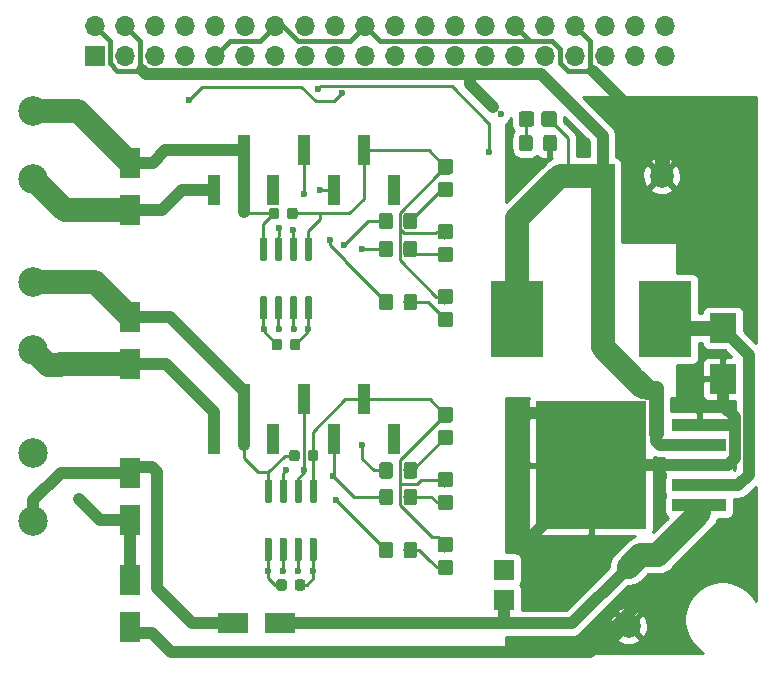
<source format=gbr>
G04 #@! TF.GenerationSoftware,KiCad,Pcbnew,(5.1.4)-1*
G04 #@! TF.CreationDate,2023-01-05T18:52:54+01:00*
G04 #@! TF.ProjectId,RasPi-HAT,52617350-692d-4484-9154-2e6b69636164,V00.20*
G04 #@! TF.SameCoordinates,Original*
G04 #@! TF.FileFunction,Copper,L1,Top*
G04 #@! TF.FilePolarity,Positive*
%FSLAX46Y46*%
G04 Gerber Fmt 4.6, Leading zero omitted, Abs format (unit mm)*
G04 Created by KiCad (PCBNEW (5.1.4)-1) date 2023-01-05 18:52:54*
%MOMM*%
%LPD*%
G04 APERTURE LIST*
%ADD10R,1.800000X2.500000*%
%ADD11R,2.500000X1.800000*%
%ADD12C,2.500000*%
%ADD13R,1.000000X2.510000*%
%ADD14C,0.100000*%
%ADD15C,0.875000*%
%ADD16O,1.700000X1.700000*%
%ADD17R,1.700000X1.700000*%
%ADD18R,4.500000X6.500000*%
%ADD19C,1.150000*%
%ADD20C,1.300000*%
%ADD21C,2.000000*%
%ADD22R,2.000000X2.000000*%
%ADD23R,2.300000X2.500000*%
%ADD24R,9.400000X10.800000*%
%ADD25R,4.600000X1.100000*%
%ADD26C,0.600000*%
%ADD27C,0.250000*%
%ADD28C,1.000000*%
%ADD29C,1.250000*%
%ADD30C,0.400000*%
%ADD31C,2.000000*%
%ADD32C,0.254000*%
G04 APERTURE END LIST*
D10*
X64770000Y-90540000D03*
X64770000Y-86540000D03*
D11*
X73510000Y-90210000D03*
X77510000Y-90210000D03*
D10*
X64770000Y-77462000D03*
X64770000Y-81462000D03*
X64800000Y-64254000D03*
X64800000Y-68254000D03*
X64800000Y-51200000D03*
X64800000Y-55200000D03*
D12*
X56600000Y-75800000D03*
X56600000Y-81550000D03*
X56600000Y-61300000D03*
X56600000Y-67050000D03*
X56600000Y-46800000D03*
X56600000Y-52550000D03*
D13*
X84582000Y-71243000D03*
X79502000Y-71243000D03*
X74422000Y-71243000D03*
X87122000Y-74553000D03*
X82042000Y-74553000D03*
X76922000Y-74553000D03*
X71882000Y-74553000D03*
X84582000Y-50161000D03*
X79502000Y-50161000D03*
X74422000Y-50161000D03*
X87122000Y-53471000D03*
X82042000Y-53471000D03*
X76922000Y-53471000D03*
X71882000Y-53471000D03*
D14*
G36*
X80527691Y-75526053D02*
G01*
X80548926Y-75529203D01*
X80569750Y-75534419D01*
X80589962Y-75541651D01*
X80609368Y-75550830D01*
X80627781Y-75561866D01*
X80645024Y-75574654D01*
X80660930Y-75589070D01*
X80675346Y-75604976D01*
X80688134Y-75622219D01*
X80699170Y-75640632D01*
X80708349Y-75660038D01*
X80715581Y-75680250D01*
X80720797Y-75701074D01*
X80723947Y-75722309D01*
X80725000Y-75743750D01*
X80725000Y-76256250D01*
X80723947Y-76277691D01*
X80720797Y-76298926D01*
X80715581Y-76319750D01*
X80708349Y-76339962D01*
X80699170Y-76359368D01*
X80688134Y-76377781D01*
X80675346Y-76395024D01*
X80660930Y-76410930D01*
X80645024Y-76425346D01*
X80627781Y-76438134D01*
X80609368Y-76449170D01*
X80589962Y-76458349D01*
X80569750Y-76465581D01*
X80548926Y-76470797D01*
X80527691Y-76473947D01*
X80506250Y-76475000D01*
X80068750Y-76475000D01*
X80047309Y-76473947D01*
X80026074Y-76470797D01*
X80005250Y-76465581D01*
X79985038Y-76458349D01*
X79965632Y-76449170D01*
X79947219Y-76438134D01*
X79929976Y-76425346D01*
X79914070Y-76410930D01*
X79899654Y-76395024D01*
X79886866Y-76377781D01*
X79875830Y-76359368D01*
X79866651Y-76339962D01*
X79859419Y-76319750D01*
X79854203Y-76298926D01*
X79851053Y-76277691D01*
X79850000Y-76256250D01*
X79850000Y-75743750D01*
X79851053Y-75722309D01*
X79854203Y-75701074D01*
X79859419Y-75680250D01*
X79866651Y-75660038D01*
X79875830Y-75640632D01*
X79886866Y-75622219D01*
X79899654Y-75604976D01*
X79914070Y-75589070D01*
X79929976Y-75574654D01*
X79947219Y-75561866D01*
X79965632Y-75550830D01*
X79985038Y-75541651D01*
X80005250Y-75534419D01*
X80026074Y-75529203D01*
X80047309Y-75526053D01*
X80068750Y-75525000D01*
X80506250Y-75525000D01*
X80527691Y-75526053D01*
X80527691Y-75526053D01*
G37*
D15*
X80287500Y-76000000D03*
D14*
G36*
X78952691Y-75526053D02*
G01*
X78973926Y-75529203D01*
X78994750Y-75534419D01*
X79014962Y-75541651D01*
X79034368Y-75550830D01*
X79052781Y-75561866D01*
X79070024Y-75574654D01*
X79085930Y-75589070D01*
X79100346Y-75604976D01*
X79113134Y-75622219D01*
X79124170Y-75640632D01*
X79133349Y-75660038D01*
X79140581Y-75680250D01*
X79145797Y-75701074D01*
X79148947Y-75722309D01*
X79150000Y-75743750D01*
X79150000Y-76256250D01*
X79148947Y-76277691D01*
X79145797Y-76298926D01*
X79140581Y-76319750D01*
X79133349Y-76339962D01*
X79124170Y-76359368D01*
X79113134Y-76377781D01*
X79100346Y-76395024D01*
X79085930Y-76410930D01*
X79070024Y-76425346D01*
X79052781Y-76438134D01*
X79034368Y-76449170D01*
X79014962Y-76458349D01*
X78994750Y-76465581D01*
X78973926Y-76470797D01*
X78952691Y-76473947D01*
X78931250Y-76475000D01*
X78493750Y-76475000D01*
X78472309Y-76473947D01*
X78451074Y-76470797D01*
X78430250Y-76465581D01*
X78410038Y-76458349D01*
X78390632Y-76449170D01*
X78372219Y-76438134D01*
X78354976Y-76425346D01*
X78339070Y-76410930D01*
X78324654Y-76395024D01*
X78311866Y-76377781D01*
X78300830Y-76359368D01*
X78291651Y-76339962D01*
X78284419Y-76319750D01*
X78279203Y-76298926D01*
X78276053Y-76277691D01*
X78275000Y-76256250D01*
X78275000Y-75743750D01*
X78276053Y-75722309D01*
X78279203Y-75701074D01*
X78284419Y-75680250D01*
X78291651Y-75660038D01*
X78300830Y-75640632D01*
X78311866Y-75622219D01*
X78324654Y-75604976D01*
X78339070Y-75589070D01*
X78354976Y-75574654D01*
X78372219Y-75561866D01*
X78390632Y-75550830D01*
X78410038Y-75541651D01*
X78430250Y-75534419D01*
X78451074Y-75529203D01*
X78472309Y-75526053D01*
X78493750Y-75525000D01*
X78931250Y-75525000D01*
X78952691Y-75526053D01*
X78952691Y-75526053D01*
G37*
D15*
X78712500Y-76000000D03*
D16*
X110078520Y-39608760D03*
X110078520Y-42148760D03*
X107538520Y-39608760D03*
X107538520Y-42148760D03*
X104998520Y-39608760D03*
X104998520Y-42148760D03*
X102458520Y-39608760D03*
X102458520Y-42148760D03*
X99918520Y-39608760D03*
X99918520Y-42148760D03*
X97378520Y-39608760D03*
X97378520Y-42148760D03*
X94838520Y-39608760D03*
X94838520Y-42148760D03*
X92298520Y-39608760D03*
X92298520Y-42148760D03*
X89758520Y-39608760D03*
X89758520Y-42148760D03*
X87218520Y-39608760D03*
X87218520Y-42148760D03*
X84678520Y-39608760D03*
X84678520Y-42148760D03*
X82138520Y-39608760D03*
X82138520Y-42148760D03*
X79598520Y-39608760D03*
X79598520Y-42148760D03*
X77058520Y-39608760D03*
X77058520Y-42148760D03*
X74518520Y-39608760D03*
X74518520Y-42148760D03*
X71978520Y-39608760D03*
X71978520Y-42148760D03*
X69438520Y-39608760D03*
X69438520Y-42148760D03*
X66898520Y-39608760D03*
X66898520Y-42148760D03*
X64358520Y-39608760D03*
X64358520Y-42148760D03*
X61818520Y-39608760D03*
D17*
X61818520Y-42148760D03*
D18*
X110100000Y-64438000D03*
X97600000Y-64438000D03*
D14*
G36*
X100697505Y-48831204D02*
G01*
X100721773Y-48834804D01*
X100745572Y-48840765D01*
X100768671Y-48849030D01*
X100790850Y-48859520D01*
X100811893Y-48872132D01*
X100831599Y-48886747D01*
X100849777Y-48903223D01*
X100866253Y-48921401D01*
X100880868Y-48941107D01*
X100893480Y-48962150D01*
X100903970Y-48984329D01*
X100912235Y-49007428D01*
X100918196Y-49031227D01*
X100921796Y-49055495D01*
X100923000Y-49079999D01*
X100923000Y-49980001D01*
X100921796Y-50004505D01*
X100918196Y-50028773D01*
X100912235Y-50052572D01*
X100903970Y-50075671D01*
X100893480Y-50097850D01*
X100880868Y-50118893D01*
X100866253Y-50138599D01*
X100849777Y-50156777D01*
X100831599Y-50173253D01*
X100811893Y-50187868D01*
X100790850Y-50200480D01*
X100768671Y-50210970D01*
X100745572Y-50219235D01*
X100721773Y-50225196D01*
X100697505Y-50228796D01*
X100673001Y-50230000D01*
X100022999Y-50230000D01*
X99998495Y-50228796D01*
X99974227Y-50225196D01*
X99950428Y-50219235D01*
X99927329Y-50210970D01*
X99905150Y-50200480D01*
X99884107Y-50187868D01*
X99864401Y-50173253D01*
X99846223Y-50156777D01*
X99829747Y-50138599D01*
X99815132Y-50118893D01*
X99802520Y-50097850D01*
X99792030Y-50075671D01*
X99783765Y-50052572D01*
X99777804Y-50028773D01*
X99774204Y-50004505D01*
X99773000Y-49980001D01*
X99773000Y-49079999D01*
X99774204Y-49055495D01*
X99777804Y-49031227D01*
X99783765Y-49007428D01*
X99792030Y-48984329D01*
X99802520Y-48962150D01*
X99815132Y-48941107D01*
X99829747Y-48921401D01*
X99846223Y-48903223D01*
X99864401Y-48886747D01*
X99884107Y-48872132D01*
X99905150Y-48859520D01*
X99927329Y-48849030D01*
X99950428Y-48840765D01*
X99974227Y-48834804D01*
X99998495Y-48831204D01*
X100022999Y-48830000D01*
X100673001Y-48830000D01*
X100697505Y-48831204D01*
X100697505Y-48831204D01*
G37*
D19*
X100348000Y-49530000D03*
D14*
G36*
X98647505Y-48831204D02*
G01*
X98671773Y-48834804D01*
X98695572Y-48840765D01*
X98718671Y-48849030D01*
X98740850Y-48859520D01*
X98761893Y-48872132D01*
X98781599Y-48886747D01*
X98799777Y-48903223D01*
X98816253Y-48921401D01*
X98830868Y-48941107D01*
X98843480Y-48962150D01*
X98853970Y-48984329D01*
X98862235Y-49007428D01*
X98868196Y-49031227D01*
X98871796Y-49055495D01*
X98873000Y-49079999D01*
X98873000Y-49980001D01*
X98871796Y-50004505D01*
X98868196Y-50028773D01*
X98862235Y-50052572D01*
X98853970Y-50075671D01*
X98843480Y-50097850D01*
X98830868Y-50118893D01*
X98816253Y-50138599D01*
X98799777Y-50156777D01*
X98781599Y-50173253D01*
X98761893Y-50187868D01*
X98740850Y-50200480D01*
X98718671Y-50210970D01*
X98695572Y-50219235D01*
X98671773Y-50225196D01*
X98647505Y-50228796D01*
X98623001Y-50230000D01*
X97972999Y-50230000D01*
X97948495Y-50228796D01*
X97924227Y-50225196D01*
X97900428Y-50219235D01*
X97877329Y-50210970D01*
X97855150Y-50200480D01*
X97834107Y-50187868D01*
X97814401Y-50173253D01*
X97796223Y-50156777D01*
X97779747Y-50138599D01*
X97765132Y-50118893D01*
X97752520Y-50097850D01*
X97742030Y-50075671D01*
X97733765Y-50052572D01*
X97727804Y-50028773D01*
X97724204Y-50004505D01*
X97723000Y-49980001D01*
X97723000Y-49079999D01*
X97724204Y-49055495D01*
X97727804Y-49031227D01*
X97733765Y-49007428D01*
X97742030Y-48984329D01*
X97752520Y-48962150D01*
X97765132Y-48941107D01*
X97779747Y-48921401D01*
X97796223Y-48903223D01*
X97814401Y-48886747D01*
X97834107Y-48872132D01*
X97855150Y-48859520D01*
X97877329Y-48849030D01*
X97900428Y-48840765D01*
X97924227Y-48834804D01*
X97948495Y-48831204D01*
X97972999Y-48830000D01*
X98623001Y-48830000D01*
X98647505Y-48831204D01*
X98647505Y-48831204D01*
G37*
D19*
X98298000Y-49530000D03*
D14*
G36*
X88874505Y-83301204D02*
G01*
X88898773Y-83304804D01*
X88922572Y-83310765D01*
X88945671Y-83319030D01*
X88967850Y-83329520D01*
X88988893Y-83342132D01*
X89008599Y-83356747D01*
X89026777Y-83373223D01*
X89043253Y-83391401D01*
X89057868Y-83411107D01*
X89070480Y-83432150D01*
X89080970Y-83454329D01*
X89089235Y-83477428D01*
X89095196Y-83501227D01*
X89098796Y-83525495D01*
X89100000Y-83549999D01*
X89100000Y-84450001D01*
X89098796Y-84474505D01*
X89095196Y-84498773D01*
X89089235Y-84522572D01*
X89080970Y-84545671D01*
X89070480Y-84567850D01*
X89057868Y-84588893D01*
X89043253Y-84608599D01*
X89026777Y-84626777D01*
X89008599Y-84643253D01*
X88988893Y-84657868D01*
X88967850Y-84670480D01*
X88945671Y-84680970D01*
X88922572Y-84689235D01*
X88898773Y-84695196D01*
X88874505Y-84698796D01*
X88850001Y-84700000D01*
X88199999Y-84700000D01*
X88175495Y-84698796D01*
X88151227Y-84695196D01*
X88127428Y-84689235D01*
X88104329Y-84680970D01*
X88082150Y-84670480D01*
X88061107Y-84657868D01*
X88041401Y-84643253D01*
X88023223Y-84626777D01*
X88006747Y-84608599D01*
X87992132Y-84588893D01*
X87979520Y-84567850D01*
X87969030Y-84545671D01*
X87960765Y-84522572D01*
X87954804Y-84498773D01*
X87951204Y-84474505D01*
X87950000Y-84450001D01*
X87950000Y-83549999D01*
X87951204Y-83525495D01*
X87954804Y-83501227D01*
X87960765Y-83477428D01*
X87969030Y-83454329D01*
X87979520Y-83432150D01*
X87992132Y-83411107D01*
X88006747Y-83391401D01*
X88023223Y-83373223D01*
X88041401Y-83356747D01*
X88061107Y-83342132D01*
X88082150Y-83329520D01*
X88104329Y-83319030D01*
X88127428Y-83310765D01*
X88151227Y-83304804D01*
X88175495Y-83301204D01*
X88199999Y-83300000D01*
X88850001Y-83300000D01*
X88874505Y-83301204D01*
X88874505Y-83301204D01*
G37*
D19*
X88525000Y-84000000D03*
D14*
G36*
X86824505Y-83301204D02*
G01*
X86848773Y-83304804D01*
X86872572Y-83310765D01*
X86895671Y-83319030D01*
X86917850Y-83329520D01*
X86938893Y-83342132D01*
X86958599Y-83356747D01*
X86976777Y-83373223D01*
X86993253Y-83391401D01*
X87007868Y-83411107D01*
X87020480Y-83432150D01*
X87030970Y-83454329D01*
X87039235Y-83477428D01*
X87045196Y-83501227D01*
X87048796Y-83525495D01*
X87050000Y-83549999D01*
X87050000Y-84450001D01*
X87048796Y-84474505D01*
X87045196Y-84498773D01*
X87039235Y-84522572D01*
X87030970Y-84545671D01*
X87020480Y-84567850D01*
X87007868Y-84588893D01*
X86993253Y-84608599D01*
X86976777Y-84626777D01*
X86958599Y-84643253D01*
X86938893Y-84657868D01*
X86917850Y-84670480D01*
X86895671Y-84680970D01*
X86872572Y-84689235D01*
X86848773Y-84695196D01*
X86824505Y-84698796D01*
X86800001Y-84700000D01*
X86149999Y-84700000D01*
X86125495Y-84698796D01*
X86101227Y-84695196D01*
X86077428Y-84689235D01*
X86054329Y-84680970D01*
X86032150Y-84670480D01*
X86011107Y-84657868D01*
X85991401Y-84643253D01*
X85973223Y-84626777D01*
X85956747Y-84608599D01*
X85942132Y-84588893D01*
X85929520Y-84567850D01*
X85919030Y-84545671D01*
X85910765Y-84522572D01*
X85904804Y-84498773D01*
X85901204Y-84474505D01*
X85900000Y-84450001D01*
X85900000Y-83549999D01*
X85901204Y-83525495D01*
X85904804Y-83501227D01*
X85910765Y-83477428D01*
X85919030Y-83454329D01*
X85929520Y-83432150D01*
X85942132Y-83411107D01*
X85956747Y-83391401D01*
X85973223Y-83373223D01*
X85991401Y-83356747D01*
X86011107Y-83342132D01*
X86032150Y-83329520D01*
X86054329Y-83319030D01*
X86077428Y-83310765D01*
X86101227Y-83304804D01*
X86125495Y-83301204D01*
X86149999Y-83300000D01*
X86800001Y-83300000D01*
X86824505Y-83301204D01*
X86824505Y-83301204D01*
G37*
D19*
X86475000Y-84000000D03*
D14*
G36*
X88874505Y-78801204D02*
G01*
X88898773Y-78804804D01*
X88922572Y-78810765D01*
X88945671Y-78819030D01*
X88967850Y-78829520D01*
X88988893Y-78842132D01*
X89008599Y-78856747D01*
X89026777Y-78873223D01*
X89043253Y-78891401D01*
X89057868Y-78911107D01*
X89070480Y-78932150D01*
X89080970Y-78954329D01*
X89089235Y-78977428D01*
X89095196Y-79001227D01*
X89098796Y-79025495D01*
X89100000Y-79049999D01*
X89100000Y-79950001D01*
X89098796Y-79974505D01*
X89095196Y-79998773D01*
X89089235Y-80022572D01*
X89080970Y-80045671D01*
X89070480Y-80067850D01*
X89057868Y-80088893D01*
X89043253Y-80108599D01*
X89026777Y-80126777D01*
X89008599Y-80143253D01*
X88988893Y-80157868D01*
X88967850Y-80170480D01*
X88945671Y-80180970D01*
X88922572Y-80189235D01*
X88898773Y-80195196D01*
X88874505Y-80198796D01*
X88850001Y-80200000D01*
X88199999Y-80200000D01*
X88175495Y-80198796D01*
X88151227Y-80195196D01*
X88127428Y-80189235D01*
X88104329Y-80180970D01*
X88082150Y-80170480D01*
X88061107Y-80157868D01*
X88041401Y-80143253D01*
X88023223Y-80126777D01*
X88006747Y-80108599D01*
X87992132Y-80088893D01*
X87979520Y-80067850D01*
X87969030Y-80045671D01*
X87960765Y-80022572D01*
X87954804Y-79998773D01*
X87951204Y-79974505D01*
X87950000Y-79950001D01*
X87950000Y-79049999D01*
X87951204Y-79025495D01*
X87954804Y-79001227D01*
X87960765Y-78977428D01*
X87969030Y-78954329D01*
X87979520Y-78932150D01*
X87992132Y-78911107D01*
X88006747Y-78891401D01*
X88023223Y-78873223D01*
X88041401Y-78856747D01*
X88061107Y-78842132D01*
X88082150Y-78829520D01*
X88104329Y-78819030D01*
X88127428Y-78810765D01*
X88151227Y-78804804D01*
X88175495Y-78801204D01*
X88199999Y-78800000D01*
X88850001Y-78800000D01*
X88874505Y-78801204D01*
X88874505Y-78801204D01*
G37*
D19*
X88525000Y-79500000D03*
D14*
G36*
X86824505Y-78801204D02*
G01*
X86848773Y-78804804D01*
X86872572Y-78810765D01*
X86895671Y-78819030D01*
X86917850Y-78829520D01*
X86938893Y-78842132D01*
X86958599Y-78856747D01*
X86976777Y-78873223D01*
X86993253Y-78891401D01*
X87007868Y-78911107D01*
X87020480Y-78932150D01*
X87030970Y-78954329D01*
X87039235Y-78977428D01*
X87045196Y-79001227D01*
X87048796Y-79025495D01*
X87050000Y-79049999D01*
X87050000Y-79950001D01*
X87048796Y-79974505D01*
X87045196Y-79998773D01*
X87039235Y-80022572D01*
X87030970Y-80045671D01*
X87020480Y-80067850D01*
X87007868Y-80088893D01*
X86993253Y-80108599D01*
X86976777Y-80126777D01*
X86958599Y-80143253D01*
X86938893Y-80157868D01*
X86917850Y-80170480D01*
X86895671Y-80180970D01*
X86872572Y-80189235D01*
X86848773Y-80195196D01*
X86824505Y-80198796D01*
X86800001Y-80200000D01*
X86149999Y-80200000D01*
X86125495Y-80198796D01*
X86101227Y-80195196D01*
X86077428Y-80189235D01*
X86054329Y-80180970D01*
X86032150Y-80170480D01*
X86011107Y-80157868D01*
X85991401Y-80143253D01*
X85973223Y-80126777D01*
X85956747Y-80108599D01*
X85942132Y-80088893D01*
X85929520Y-80067850D01*
X85919030Y-80045671D01*
X85910765Y-80022572D01*
X85904804Y-79998773D01*
X85901204Y-79974505D01*
X85900000Y-79950001D01*
X85900000Y-79049999D01*
X85901204Y-79025495D01*
X85904804Y-79001227D01*
X85910765Y-78977428D01*
X85919030Y-78954329D01*
X85929520Y-78932150D01*
X85942132Y-78911107D01*
X85956747Y-78891401D01*
X85973223Y-78873223D01*
X85991401Y-78856747D01*
X86011107Y-78842132D01*
X86032150Y-78829520D01*
X86054329Y-78819030D01*
X86077428Y-78810765D01*
X86101227Y-78804804D01*
X86125495Y-78801204D01*
X86149999Y-78800000D01*
X86800001Y-78800000D01*
X86824505Y-78801204D01*
X86824505Y-78801204D01*
G37*
D19*
X86475000Y-79500000D03*
D14*
G36*
X88874505Y-76551204D02*
G01*
X88898773Y-76554804D01*
X88922572Y-76560765D01*
X88945671Y-76569030D01*
X88967850Y-76579520D01*
X88988893Y-76592132D01*
X89008599Y-76606747D01*
X89026777Y-76623223D01*
X89043253Y-76641401D01*
X89057868Y-76661107D01*
X89070480Y-76682150D01*
X89080970Y-76704329D01*
X89089235Y-76727428D01*
X89095196Y-76751227D01*
X89098796Y-76775495D01*
X89100000Y-76799999D01*
X89100000Y-77700001D01*
X89098796Y-77724505D01*
X89095196Y-77748773D01*
X89089235Y-77772572D01*
X89080970Y-77795671D01*
X89070480Y-77817850D01*
X89057868Y-77838893D01*
X89043253Y-77858599D01*
X89026777Y-77876777D01*
X89008599Y-77893253D01*
X88988893Y-77907868D01*
X88967850Y-77920480D01*
X88945671Y-77930970D01*
X88922572Y-77939235D01*
X88898773Y-77945196D01*
X88874505Y-77948796D01*
X88850001Y-77950000D01*
X88199999Y-77950000D01*
X88175495Y-77948796D01*
X88151227Y-77945196D01*
X88127428Y-77939235D01*
X88104329Y-77930970D01*
X88082150Y-77920480D01*
X88061107Y-77907868D01*
X88041401Y-77893253D01*
X88023223Y-77876777D01*
X88006747Y-77858599D01*
X87992132Y-77838893D01*
X87979520Y-77817850D01*
X87969030Y-77795671D01*
X87960765Y-77772572D01*
X87954804Y-77748773D01*
X87951204Y-77724505D01*
X87950000Y-77700001D01*
X87950000Y-76799999D01*
X87951204Y-76775495D01*
X87954804Y-76751227D01*
X87960765Y-76727428D01*
X87969030Y-76704329D01*
X87979520Y-76682150D01*
X87992132Y-76661107D01*
X88006747Y-76641401D01*
X88023223Y-76623223D01*
X88041401Y-76606747D01*
X88061107Y-76592132D01*
X88082150Y-76579520D01*
X88104329Y-76569030D01*
X88127428Y-76560765D01*
X88151227Y-76554804D01*
X88175495Y-76551204D01*
X88199999Y-76550000D01*
X88850001Y-76550000D01*
X88874505Y-76551204D01*
X88874505Y-76551204D01*
G37*
D19*
X88525000Y-77250000D03*
D14*
G36*
X86824505Y-76551204D02*
G01*
X86848773Y-76554804D01*
X86872572Y-76560765D01*
X86895671Y-76569030D01*
X86917850Y-76579520D01*
X86938893Y-76592132D01*
X86958599Y-76606747D01*
X86976777Y-76623223D01*
X86993253Y-76641401D01*
X87007868Y-76661107D01*
X87020480Y-76682150D01*
X87030970Y-76704329D01*
X87039235Y-76727428D01*
X87045196Y-76751227D01*
X87048796Y-76775495D01*
X87050000Y-76799999D01*
X87050000Y-77700001D01*
X87048796Y-77724505D01*
X87045196Y-77748773D01*
X87039235Y-77772572D01*
X87030970Y-77795671D01*
X87020480Y-77817850D01*
X87007868Y-77838893D01*
X86993253Y-77858599D01*
X86976777Y-77876777D01*
X86958599Y-77893253D01*
X86938893Y-77907868D01*
X86917850Y-77920480D01*
X86895671Y-77930970D01*
X86872572Y-77939235D01*
X86848773Y-77945196D01*
X86824505Y-77948796D01*
X86800001Y-77950000D01*
X86149999Y-77950000D01*
X86125495Y-77948796D01*
X86101227Y-77945196D01*
X86077428Y-77939235D01*
X86054329Y-77930970D01*
X86032150Y-77920480D01*
X86011107Y-77907868D01*
X85991401Y-77893253D01*
X85973223Y-77876777D01*
X85956747Y-77858599D01*
X85942132Y-77838893D01*
X85929520Y-77817850D01*
X85919030Y-77795671D01*
X85910765Y-77772572D01*
X85904804Y-77748773D01*
X85901204Y-77724505D01*
X85900000Y-77700001D01*
X85900000Y-76799999D01*
X85901204Y-76775495D01*
X85904804Y-76751227D01*
X85910765Y-76727428D01*
X85919030Y-76704329D01*
X85929520Y-76682150D01*
X85942132Y-76661107D01*
X85956747Y-76641401D01*
X85973223Y-76623223D01*
X85991401Y-76606747D01*
X86011107Y-76592132D01*
X86032150Y-76579520D01*
X86054329Y-76569030D01*
X86077428Y-76560765D01*
X86101227Y-76554804D01*
X86125495Y-76551204D01*
X86149999Y-76550000D01*
X86800001Y-76550000D01*
X86824505Y-76551204D01*
X86824505Y-76551204D01*
G37*
D19*
X86475000Y-77250000D03*
D14*
G36*
X88874505Y-62301204D02*
G01*
X88898773Y-62304804D01*
X88922572Y-62310765D01*
X88945671Y-62319030D01*
X88967850Y-62329520D01*
X88988893Y-62342132D01*
X89008599Y-62356747D01*
X89026777Y-62373223D01*
X89043253Y-62391401D01*
X89057868Y-62411107D01*
X89070480Y-62432150D01*
X89080970Y-62454329D01*
X89089235Y-62477428D01*
X89095196Y-62501227D01*
X89098796Y-62525495D01*
X89100000Y-62549999D01*
X89100000Y-63450001D01*
X89098796Y-63474505D01*
X89095196Y-63498773D01*
X89089235Y-63522572D01*
X89080970Y-63545671D01*
X89070480Y-63567850D01*
X89057868Y-63588893D01*
X89043253Y-63608599D01*
X89026777Y-63626777D01*
X89008599Y-63643253D01*
X88988893Y-63657868D01*
X88967850Y-63670480D01*
X88945671Y-63680970D01*
X88922572Y-63689235D01*
X88898773Y-63695196D01*
X88874505Y-63698796D01*
X88850001Y-63700000D01*
X88199999Y-63700000D01*
X88175495Y-63698796D01*
X88151227Y-63695196D01*
X88127428Y-63689235D01*
X88104329Y-63680970D01*
X88082150Y-63670480D01*
X88061107Y-63657868D01*
X88041401Y-63643253D01*
X88023223Y-63626777D01*
X88006747Y-63608599D01*
X87992132Y-63588893D01*
X87979520Y-63567850D01*
X87969030Y-63545671D01*
X87960765Y-63522572D01*
X87954804Y-63498773D01*
X87951204Y-63474505D01*
X87950000Y-63450001D01*
X87950000Y-62549999D01*
X87951204Y-62525495D01*
X87954804Y-62501227D01*
X87960765Y-62477428D01*
X87969030Y-62454329D01*
X87979520Y-62432150D01*
X87992132Y-62411107D01*
X88006747Y-62391401D01*
X88023223Y-62373223D01*
X88041401Y-62356747D01*
X88061107Y-62342132D01*
X88082150Y-62329520D01*
X88104329Y-62319030D01*
X88127428Y-62310765D01*
X88151227Y-62304804D01*
X88175495Y-62301204D01*
X88199999Y-62300000D01*
X88850001Y-62300000D01*
X88874505Y-62301204D01*
X88874505Y-62301204D01*
G37*
D19*
X88525000Y-63000000D03*
D14*
G36*
X86824505Y-62301204D02*
G01*
X86848773Y-62304804D01*
X86872572Y-62310765D01*
X86895671Y-62319030D01*
X86917850Y-62329520D01*
X86938893Y-62342132D01*
X86958599Y-62356747D01*
X86976777Y-62373223D01*
X86993253Y-62391401D01*
X87007868Y-62411107D01*
X87020480Y-62432150D01*
X87030970Y-62454329D01*
X87039235Y-62477428D01*
X87045196Y-62501227D01*
X87048796Y-62525495D01*
X87050000Y-62549999D01*
X87050000Y-63450001D01*
X87048796Y-63474505D01*
X87045196Y-63498773D01*
X87039235Y-63522572D01*
X87030970Y-63545671D01*
X87020480Y-63567850D01*
X87007868Y-63588893D01*
X86993253Y-63608599D01*
X86976777Y-63626777D01*
X86958599Y-63643253D01*
X86938893Y-63657868D01*
X86917850Y-63670480D01*
X86895671Y-63680970D01*
X86872572Y-63689235D01*
X86848773Y-63695196D01*
X86824505Y-63698796D01*
X86800001Y-63700000D01*
X86149999Y-63700000D01*
X86125495Y-63698796D01*
X86101227Y-63695196D01*
X86077428Y-63689235D01*
X86054329Y-63680970D01*
X86032150Y-63670480D01*
X86011107Y-63657868D01*
X85991401Y-63643253D01*
X85973223Y-63626777D01*
X85956747Y-63608599D01*
X85942132Y-63588893D01*
X85929520Y-63567850D01*
X85919030Y-63545671D01*
X85910765Y-63522572D01*
X85904804Y-63498773D01*
X85901204Y-63474505D01*
X85900000Y-63450001D01*
X85900000Y-62549999D01*
X85901204Y-62525495D01*
X85904804Y-62501227D01*
X85910765Y-62477428D01*
X85919030Y-62454329D01*
X85929520Y-62432150D01*
X85942132Y-62411107D01*
X85956747Y-62391401D01*
X85973223Y-62373223D01*
X85991401Y-62356747D01*
X86011107Y-62342132D01*
X86032150Y-62329520D01*
X86054329Y-62319030D01*
X86077428Y-62310765D01*
X86101227Y-62304804D01*
X86125495Y-62301204D01*
X86149999Y-62300000D01*
X86800001Y-62300000D01*
X86824505Y-62301204D01*
X86824505Y-62301204D01*
G37*
D19*
X86475000Y-63000000D03*
D14*
G36*
X88862005Y-57801204D02*
G01*
X88886273Y-57804804D01*
X88910072Y-57810765D01*
X88933171Y-57819030D01*
X88955350Y-57829520D01*
X88976393Y-57842132D01*
X88996099Y-57856747D01*
X89014277Y-57873223D01*
X89030753Y-57891401D01*
X89045368Y-57911107D01*
X89057980Y-57932150D01*
X89068470Y-57954329D01*
X89076735Y-57977428D01*
X89082696Y-58001227D01*
X89086296Y-58025495D01*
X89087500Y-58049999D01*
X89087500Y-58950001D01*
X89086296Y-58974505D01*
X89082696Y-58998773D01*
X89076735Y-59022572D01*
X89068470Y-59045671D01*
X89057980Y-59067850D01*
X89045368Y-59088893D01*
X89030753Y-59108599D01*
X89014277Y-59126777D01*
X88996099Y-59143253D01*
X88976393Y-59157868D01*
X88955350Y-59170480D01*
X88933171Y-59180970D01*
X88910072Y-59189235D01*
X88886273Y-59195196D01*
X88862005Y-59198796D01*
X88837501Y-59200000D01*
X88187499Y-59200000D01*
X88162995Y-59198796D01*
X88138727Y-59195196D01*
X88114928Y-59189235D01*
X88091829Y-59180970D01*
X88069650Y-59170480D01*
X88048607Y-59157868D01*
X88028901Y-59143253D01*
X88010723Y-59126777D01*
X87994247Y-59108599D01*
X87979632Y-59088893D01*
X87967020Y-59067850D01*
X87956530Y-59045671D01*
X87948265Y-59022572D01*
X87942304Y-58998773D01*
X87938704Y-58974505D01*
X87937500Y-58950001D01*
X87937500Y-58049999D01*
X87938704Y-58025495D01*
X87942304Y-58001227D01*
X87948265Y-57977428D01*
X87956530Y-57954329D01*
X87967020Y-57932150D01*
X87979632Y-57911107D01*
X87994247Y-57891401D01*
X88010723Y-57873223D01*
X88028901Y-57856747D01*
X88048607Y-57842132D01*
X88069650Y-57829520D01*
X88091829Y-57819030D01*
X88114928Y-57810765D01*
X88138727Y-57804804D01*
X88162995Y-57801204D01*
X88187499Y-57800000D01*
X88837501Y-57800000D01*
X88862005Y-57801204D01*
X88862005Y-57801204D01*
G37*
D19*
X88512500Y-58500000D03*
D14*
G36*
X86812005Y-57801204D02*
G01*
X86836273Y-57804804D01*
X86860072Y-57810765D01*
X86883171Y-57819030D01*
X86905350Y-57829520D01*
X86926393Y-57842132D01*
X86946099Y-57856747D01*
X86964277Y-57873223D01*
X86980753Y-57891401D01*
X86995368Y-57911107D01*
X87007980Y-57932150D01*
X87018470Y-57954329D01*
X87026735Y-57977428D01*
X87032696Y-58001227D01*
X87036296Y-58025495D01*
X87037500Y-58049999D01*
X87037500Y-58950001D01*
X87036296Y-58974505D01*
X87032696Y-58998773D01*
X87026735Y-59022572D01*
X87018470Y-59045671D01*
X87007980Y-59067850D01*
X86995368Y-59088893D01*
X86980753Y-59108599D01*
X86964277Y-59126777D01*
X86946099Y-59143253D01*
X86926393Y-59157868D01*
X86905350Y-59170480D01*
X86883171Y-59180970D01*
X86860072Y-59189235D01*
X86836273Y-59195196D01*
X86812005Y-59198796D01*
X86787501Y-59200000D01*
X86137499Y-59200000D01*
X86112995Y-59198796D01*
X86088727Y-59195196D01*
X86064928Y-59189235D01*
X86041829Y-59180970D01*
X86019650Y-59170480D01*
X85998607Y-59157868D01*
X85978901Y-59143253D01*
X85960723Y-59126777D01*
X85944247Y-59108599D01*
X85929632Y-59088893D01*
X85917020Y-59067850D01*
X85906530Y-59045671D01*
X85898265Y-59022572D01*
X85892304Y-58998773D01*
X85888704Y-58974505D01*
X85887500Y-58950001D01*
X85887500Y-58049999D01*
X85888704Y-58025495D01*
X85892304Y-58001227D01*
X85898265Y-57977428D01*
X85906530Y-57954329D01*
X85917020Y-57932150D01*
X85929632Y-57911107D01*
X85944247Y-57891401D01*
X85960723Y-57873223D01*
X85978901Y-57856747D01*
X85998607Y-57842132D01*
X86019650Y-57829520D01*
X86041829Y-57819030D01*
X86064928Y-57810765D01*
X86088727Y-57804804D01*
X86112995Y-57801204D01*
X86137499Y-57800000D01*
X86787501Y-57800000D01*
X86812005Y-57801204D01*
X86812005Y-57801204D01*
G37*
D19*
X86462500Y-58500000D03*
D14*
G36*
X88862005Y-55435204D02*
G01*
X88886273Y-55438804D01*
X88910072Y-55444765D01*
X88933171Y-55453030D01*
X88955350Y-55463520D01*
X88976393Y-55476132D01*
X88996099Y-55490747D01*
X89014277Y-55507223D01*
X89030753Y-55525401D01*
X89045368Y-55545107D01*
X89057980Y-55566150D01*
X89068470Y-55588329D01*
X89076735Y-55611428D01*
X89082696Y-55635227D01*
X89086296Y-55659495D01*
X89087500Y-55683999D01*
X89087500Y-56584001D01*
X89086296Y-56608505D01*
X89082696Y-56632773D01*
X89076735Y-56656572D01*
X89068470Y-56679671D01*
X89057980Y-56701850D01*
X89045368Y-56722893D01*
X89030753Y-56742599D01*
X89014277Y-56760777D01*
X88996099Y-56777253D01*
X88976393Y-56791868D01*
X88955350Y-56804480D01*
X88933171Y-56814970D01*
X88910072Y-56823235D01*
X88886273Y-56829196D01*
X88862005Y-56832796D01*
X88837501Y-56834000D01*
X88187499Y-56834000D01*
X88162995Y-56832796D01*
X88138727Y-56829196D01*
X88114928Y-56823235D01*
X88091829Y-56814970D01*
X88069650Y-56804480D01*
X88048607Y-56791868D01*
X88028901Y-56777253D01*
X88010723Y-56760777D01*
X87994247Y-56742599D01*
X87979632Y-56722893D01*
X87967020Y-56701850D01*
X87956530Y-56679671D01*
X87948265Y-56656572D01*
X87942304Y-56632773D01*
X87938704Y-56608505D01*
X87937500Y-56584001D01*
X87937500Y-55683999D01*
X87938704Y-55659495D01*
X87942304Y-55635227D01*
X87948265Y-55611428D01*
X87956530Y-55588329D01*
X87967020Y-55566150D01*
X87979632Y-55545107D01*
X87994247Y-55525401D01*
X88010723Y-55507223D01*
X88028901Y-55490747D01*
X88048607Y-55476132D01*
X88069650Y-55463520D01*
X88091829Y-55453030D01*
X88114928Y-55444765D01*
X88138727Y-55438804D01*
X88162995Y-55435204D01*
X88187499Y-55434000D01*
X88837501Y-55434000D01*
X88862005Y-55435204D01*
X88862005Y-55435204D01*
G37*
D19*
X88512500Y-56134000D03*
D14*
G36*
X86812005Y-55435204D02*
G01*
X86836273Y-55438804D01*
X86860072Y-55444765D01*
X86883171Y-55453030D01*
X86905350Y-55463520D01*
X86926393Y-55476132D01*
X86946099Y-55490747D01*
X86964277Y-55507223D01*
X86980753Y-55525401D01*
X86995368Y-55545107D01*
X87007980Y-55566150D01*
X87018470Y-55588329D01*
X87026735Y-55611428D01*
X87032696Y-55635227D01*
X87036296Y-55659495D01*
X87037500Y-55683999D01*
X87037500Y-56584001D01*
X87036296Y-56608505D01*
X87032696Y-56632773D01*
X87026735Y-56656572D01*
X87018470Y-56679671D01*
X87007980Y-56701850D01*
X86995368Y-56722893D01*
X86980753Y-56742599D01*
X86964277Y-56760777D01*
X86946099Y-56777253D01*
X86926393Y-56791868D01*
X86905350Y-56804480D01*
X86883171Y-56814970D01*
X86860072Y-56823235D01*
X86836273Y-56829196D01*
X86812005Y-56832796D01*
X86787501Y-56834000D01*
X86137499Y-56834000D01*
X86112995Y-56832796D01*
X86088727Y-56829196D01*
X86064928Y-56823235D01*
X86041829Y-56814970D01*
X86019650Y-56804480D01*
X85998607Y-56791868D01*
X85978901Y-56777253D01*
X85960723Y-56760777D01*
X85944247Y-56742599D01*
X85929632Y-56722893D01*
X85917020Y-56701850D01*
X85906530Y-56679671D01*
X85898265Y-56656572D01*
X85892304Y-56632773D01*
X85888704Y-56608505D01*
X85887500Y-56584001D01*
X85887500Y-55683999D01*
X85888704Y-55659495D01*
X85892304Y-55635227D01*
X85898265Y-55611428D01*
X85906530Y-55588329D01*
X85917020Y-55566150D01*
X85929632Y-55545107D01*
X85944247Y-55525401D01*
X85960723Y-55507223D01*
X85978901Y-55490747D01*
X85998607Y-55476132D01*
X86019650Y-55463520D01*
X86041829Y-55453030D01*
X86064928Y-55444765D01*
X86088727Y-55438804D01*
X86112995Y-55435204D01*
X86137499Y-55434000D01*
X86787501Y-55434000D01*
X86812005Y-55435204D01*
X86812005Y-55435204D01*
G37*
D19*
X86462500Y-56134000D03*
D14*
G36*
X100713504Y-46849204D02*
G01*
X100737773Y-46852804D01*
X100761571Y-46858765D01*
X100784671Y-46867030D01*
X100806849Y-46877520D01*
X100827893Y-46890133D01*
X100847598Y-46904747D01*
X100865777Y-46921223D01*
X100882253Y-46939402D01*
X100896867Y-46959107D01*
X100909480Y-46980151D01*
X100919970Y-47002329D01*
X100928235Y-47025429D01*
X100934196Y-47049227D01*
X100937796Y-47073496D01*
X100939000Y-47098000D01*
X100939000Y-47898000D01*
X100937796Y-47922504D01*
X100934196Y-47946773D01*
X100928235Y-47970571D01*
X100919970Y-47993671D01*
X100909480Y-48015849D01*
X100896867Y-48036893D01*
X100882253Y-48056598D01*
X100865777Y-48074777D01*
X100847598Y-48091253D01*
X100827893Y-48105867D01*
X100806849Y-48118480D01*
X100784671Y-48128970D01*
X100761571Y-48137235D01*
X100737773Y-48143196D01*
X100713504Y-48146796D01*
X100689000Y-48148000D01*
X99864000Y-48148000D01*
X99839496Y-48146796D01*
X99815227Y-48143196D01*
X99791429Y-48137235D01*
X99768329Y-48128970D01*
X99746151Y-48118480D01*
X99725107Y-48105867D01*
X99705402Y-48091253D01*
X99687223Y-48074777D01*
X99670747Y-48056598D01*
X99656133Y-48036893D01*
X99643520Y-48015849D01*
X99633030Y-47993671D01*
X99624765Y-47970571D01*
X99618804Y-47946773D01*
X99615204Y-47922504D01*
X99614000Y-47898000D01*
X99614000Y-47098000D01*
X99615204Y-47073496D01*
X99618804Y-47049227D01*
X99624765Y-47025429D01*
X99633030Y-47002329D01*
X99643520Y-46980151D01*
X99656133Y-46959107D01*
X99670747Y-46939402D01*
X99687223Y-46921223D01*
X99705402Y-46904747D01*
X99725107Y-46890133D01*
X99746151Y-46877520D01*
X99768329Y-46867030D01*
X99791429Y-46858765D01*
X99815227Y-46852804D01*
X99839496Y-46849204D01*
X99864000Y-46848000D01*
X100689000Y-46848000D01*
X100713504Y-46849204D01*
X100713504Y-46849204D01*
G37*
D20*
X100276500Y-47498000D03*
D14*
G36*
X98788504Y-46849204D02*
G01*
X98812773Y-46852804D01*
X98836571Y-46858765D01*
X98859671Y-46867030D01*
X98881849Y-46877520D01*
X98902893Y-46890133D01*
X98922598Y-46904747D01*
X98940777Y-46921223D01*
X98957253Y-46939402D01*
X98971867Y-46959107D01*
X98984480Y-46980151D01*
X98994970Y-47002329D01*
X99003235Y-47025429D01*
X99009196Y-47049227D01*
X99012796Y-47073496D01*
X99014000Y-47098000D01*
X99014000Y-47898000D01*
X99012796Y-47922504D01*
X99009196Y-47946773D01*
X99003235Y-47970571D01*
X98994970Y-47993671D01*
X98984480Y-48015849D01*
X98971867Y-48036893D01*
X98957253Y-48056598D01*
X98940777Y-48074777D01*
X98922598Y-48091253D01*
X98902893Y-48105867D01*
X98881849Y-48118480D01*
X98859671Y-48128970D01*
X98836571Y-48137235D01*
X98812773Y-48143196D01*
X98788504Y-48146796D01*
X98764000Y-48148000D01*
X97939000Y-48148000D01*
X97914496Y-48146796D01*
X97890227Y-48143196D01*
X97866429Y-48137235D01*
X97843329Y-48128970D01*
X97821151Y-48118480D01*
X97800107Y-48105867D01*
X97780402Y-48091253D01*
X97762223Y-48074777D01*
X97745747Y-48056598D01*
X97731133Y-48036893D01*
X97718520Y-48015849D01*
X97708030Y-47993671D01*
X97699765Y-47970571D01*
X97693804Y-47946773D01*
X97690204Y-47922504D01*
X97689000Y-47898000D01*
X97689000Y-47098000D01*
X97690204Y-47073496D01*
X97693804Y-47049227D01*
X97699765Y-47025429D01*
X97708030Y-47002329D01*
X97718520Y-46980151D01*
X97731133Y-46959107D01*
X97745747Y-46939402D01*
X97762223Y-46921223D01*
X97780402Y-46904747D01*
X97800107Y-46890133D01*
X97821151Y-46877520D01*
X97843329Y-46867030D01*
X97866429Y-46858765D01*
X97890227Y-46852804D01*
X97914496Y-46849204D01*
X97939000Y-46848000D01*
X98764000Y-46848000D01*
X98788504Y-46849204D01*
X98788504Y-46849204D01*
G37*
D20*
X98351500Y-47498000D03*
D14*
G36*
X91924504Y-82876204D02*
G01*
X91948773Y-82879804D01*
X91972571Y-82885765D01*
X91995671Y-82894030D01*
X92017849Y-82904520D01*
X92038893Y-82917133D01*
X92058598Y-82931747D01*
X92076777Y-82948223D01*
X92093253Y-82966402D01*
X92107867Y-82986107D01*
X92120480Y-83007151D01*
X92130970Y-83029329D01*
X92139235Y-83052429D01*
X92145196Y-83076227D01*
X92148796Y-83100496D01*
X92150000Y-83125000D01*
X92150000Y-83950000D01*
X92148796Y-83974504D01*
X92145196Y-83998773D01*
X92139235Y-84022571D01*
X92130970Y-84045671D01*
X92120480Y-84067849D01*
X92107867Y-84088893D01*
X92093253Y-84108598D01*
X92076777Y-84126777D01*
X92058598Y-84143253D01*
X92038893Y-84157867D01*
X92017849Y-84170480D01*
X91995671Y-84180970D01*
X91972571Y-84189235D01*
X91948773Y-84195196D01*
X91924504Y-84198796D01*
X91900000Y-84200000D01*
X91100000Y-84200000D01*
X91075496Y-84198796D01*
X91051227Y-84195196D01*
X91027429Y-84189235D01*
X91004329Y-84180970D01*
X90982151Y-84170480D01*
X90961107Y-84157867D01*
X90941402Y-84143253D01*
X90923223Y-84126777D01*
X90906747Y-84108598D01*
X90892133Y-84088893D01*
X90879520Y-84067849D01*
X90869030Y-84045671D01*
X90860765Y-84022571D01*
X90854804Y-83998773D01*
X90851204Y-83974504D01*
X90850000Y-83950000D01*
X90850000Y-83125000D01*
X90851204Y-83100496D01*
X90854804Y-83076227D01*
X90860765Y-83052429D01*
X90869030Y-83029329D01*
X90879520Y-83007151D01*
X90892133Y-82986107D01*
X90906747Y-82966402D01*
X90923223Y-82948223D01*
X90941402Y-82931747D01*
X90961107Y-82917133D01*
X90982151Y-82904520D01*
X91004329Y-82894030D01*
X91027429Y-82885765D01*
X91051227Y-82879804D01*
X91075496Y-82876204D01*
X91100000Y-82875000D01*
X91900000Y-82875000D01*
X91924504Y-82876204D01*
X91924504Y-82876204D01*
G37*
D20*
X91500000Y-83537500D03*
D14*
G36*
X91924504Y-84801204D02*
G01*
X91948773Y-84804804D01*
X91972571Y-84810765D01*
X91995671Y-84819030D01*
X92017849Y-84829520D01*
X92038893Y-84842133D01*
X92058598Y-84856747D01*
X92076777Y-84873223D01*
X92093253Y-84891402D01*
X92107867Y-84911107D01*
X92120480Y-84932151D01*
X92130970Y-84954329D01*
X92139235Y-84977429D01*
X92145196Y-85001227D01*
X92148796Y-85025496D01*
X92150000Y-85050000D01*
X92150000Y-85875000D01*
X92148796Y-85899504D01*
X92145196Y-85923773D01*
X92139235Y-85947571D01*
X92130970Y-85970671D01*
X92120480Y-85992849D01*
X92107867Y-86013893D01*
X92093253Y-86033598D01*
X92076777Y-86051777D01*
X92058598Y-86068253D01*
X92038893Y-86082867D01*
X92017849Y-86095480D01*
X91995671Y-86105970D01*
X91972571Y-86114235D01*
X91948773Y-86120196D01*
X91924504Y-86123796D01*
X91900000Y-86125000D01*
X91100000Y-86125000D01*
X91075496Y-86123796D01*
X91051227Y-86120196D01*
X91027429Y-86114235D01*
X91004329Y-86105970D01*
X90982151Y-86095480D01*
X90961107Y-86082867D01*
X90941402Y-86068253D01*
X90923223Y-86051777D01*
X90906747Y-86033598D01*
X90892133Y-86013893D01*
X90879520Y-85992849D01*
X90869030Y-85970671D01*
X90860765Y-85947571D01*
X90854804Y-85923773D01*
X90851204Y-85899504D01*
X90850000Y-85875000D01*
X90850000Y-85050000D01*
X90851204Y-85025496D01*
X90854804Y-85001227D01*
X90860765Y-84977429D01*
X90869030Y-84954329D01*
X90879520Y-84932151D01*
X90892133Y-84911107D01*
X90906747Y-84891402D01*
X90923223Y-84873223D01*
X90941402Y-84856747D01*
X90961107Y-84842133D01*
X90982151Y-84829520D01*
X91004329Y-84819030D01*
X91027429Y-84810765D01*
X91051227Y-84804804D01*
X91075496Y-84801204D01*
X91100000Y-84800000D01*
X91900000Y-84800000D01*
X91924504Y-84801204D01*
X91924504Y-84801204D01*
G37*
D20*
X91500000Y-85462500D03*
D14*
G36*
X91924504Y-77376204D02*
G01*
X91948773Y-77379804D01*
X91972571Y-77385765D01*
X91995671Y-77394030D01*
X92017849Y-77404520D01*
X92038893Y-77417133D01*
X92058598Y-77431747D01*
X92076777Y-77448223D01*
X92093253Y-77466402D01*
X92107867Y-77486107D01*
X92120480Y-77507151D01*
X92130970Y-77529329D01*
X92139235Y-77552429D01*
X92145196Y-77576227D01*
X92148796Y-77600496D01*
X92150000Y-77625000D01*
X92150000Y-78450000D01*
X92148796Y-78474504D01*
X92145196Y-78498773D01*
X92139235Y-78522571D01*
X92130970Y-78545671D01*
X92120480Y-78567849D01*
X92107867Y-78588893D01*
X92093253Y-78608598D01*
X92076777Y-78626777D01*
X92058598Y-78643253D01*
X92038893Y-78657867D01*
X92017849Y-78670480D01*
X91995671Y-78680970D01*
X91972571Y-78689235D01*
X91948773Y-78695196D01*
X91924504Y-78698796D01*
X91900000Y-78700000D01*
X91100000Y-78700000D01*
X91075496Y-78698796D01*
X91051227Y-78695196D01*
X91027429Y-78689235D01*
X91004329Y-78680970D01*
X90982151Y-78670480D01*
X90961107Y-78657867D01*
X90941402Y-78643253D01*
X90923223Y-78626777D01*
X90906747Y-78608598D01*
X90892133Y-78588893D01*
X90879520Y-78567849D01*
X90869030Y-78545671D01*
X90860765Y-78522571D01*
X90854804Y-78498773D01*
X90851204Y-78474504D01*
X90850000Y-78450000D01*
X90850000Y-77625000D01*
X90851204Y-77600496D01*
X90854804Y-77576227D01*
X90860765Y-77552429D01*
X90869030Y-77529329D01*
X90879520Y-77507151D01*
X90892133Y-77486107D01*
X90906747Y-77466402D01*
X90923223Y-77448223D01*
X90941402Y-77431747D01*
X90961107Y-77417133D01*
X90982151Y-77404520D01*
X91004329Y-77394030D01*
X91027429Y-77385765D01*
X91051227Y-77379804D01*
X91075496Y-77376204D01*
X91100000Y-77375000D01*
X91900000Y-77375000D01*
X91924504Y-77376204D01*
X91924504Y-77376204D01*
G37*
D20*
X91500000Y-78037500D03*
D14*
G36*
X91924504Y-79301204D02*
G01*
X91948773Y-79304804D01*
X91972571Y-79310765D01*
X91995671Y-79319030D01*
X92017849Y-79329520D01*
X92038893Y-79342133D01*
X92058598Y-79356747D01*
X92076777Y-79373223D01*
X92093253Y-79391402D01*
X92107867Y-79411107D01*
X92120480Y-79432151D01*
X92130970Y-79454329D01*
X92139235Y-79477429D01*
X92145196Y-79501227D01*
X92148796Y-79525496D01*
X92150000Y-79550000D01*
X92150000Y-80375000D01*
X92148796Y-80399504D01*
X92145196Y-80423773D01*
X92139235Y-80447571D01*
X92130970Y-80470671D01*
X92120480Y-80492849D01*
X92107867Y-80513893D01*
X92093253Y-80533598D01*
X92076777Y-80551777D01*
X92058598Y-80568253D01*
X92038893Y-80582867D01*
X92017849Y-80595480D01*
X91995671Y-80605970D01*
X91972571Y-80614235D01*
X91948773Y-80620196D01*
X91924504Y-80623796D01*
X91900000Y-80625000D01*
X91100000Y-80625000D01*
X91075496Y-80623796D01*
X91051227Y-80620196D01*
X91027429Y-80614235D01*
X91004329Y-80605970D01*
X90982151Y-80595480D01*
X90961107Y-80582867D01*
X90941402Y-80568253D01*
X90923223Y-80551777D01*
X90906747Y-80533598D01*
X90892133Y-80513893D01*
X90879520Y-80492849D01*
X90869030Y-80470671D01*
X90860765Y-80447571D01*
X90854804Y-80423773D01*
X90851204Y-80399504D01*
X90850000Y-80375000D01*
X90850000Y-79550000D01*
X90851204Y-79525496D01*
X90854804Y-79501227D01*
X90860765Y-79477429D01*
X90869030Y-79454329D01*
X90879520Y-79432151D01*
X90892133Y-79411107D01*
X90906747Y-79391402D01*
X90923223Y-79373223D01*
X90941402Y-79356747D01*
X90961107Y-79342133D01*
X90982151Y-79329520D01*
X91004329Y-79319030D01*
X91027429Y-79310765D01*
X91051227Y-79304804D01*
X91075496Y-79301204D01*
X91100000Y-79300000D01*
X91900000Y-79300000D01*
X91924504Y-79301204D01*
X91924504Y-79301204D01*
G37*
D20*
X91500000Y-79962500D03*
D14*
G36*
X91924504Y-71876204D02*
G01*
X91948773Y-71879804D01*
X91972571Y-71885765D01*
X91995671Y-71894030D01*
X92017849Y-71904520D01*
X92038893Y-71917133D01*
X92058598Y-71931747D01*
X92076777Y-71948223D01*
X92093253Y-71966402D01*
X92107867Y-71986107D01*
X92120480Y-72007151D01*
X92130970Y-72029329D01*
X92139235Y-72052429D01*
X92145196Y-72076227D01*
X92148796Y-72100496D01*
X92150000Y-72125000D01*
X92150000Y-72950000D01*
X92148796Y-72974504D01*
X92145196Y-72998773D01*
X92139235Y-73022571D01*
X92130970Y-73045671D01*
X92120480Y-73067849D01*
X92107867Y-73088893D01*
X92093253Y-73108598D01*
X92076777Y-73126777D01*
X92058598Y-73143253D01*
X92038893Y-73157867D01*
X92017849Y-73170480D01*
X91995671Y-73180970D01*
X91972571Y-73189235D01*
X91948773Y-73195196D01*
X91924504Y-73198796D01*
X91900000Y-73200000D01*
X91100000Y-73200000D01*
X91075496Y-73198796D01*
X91051227Y-73195196D01*
X91027429Y-73189235D01*
X91004329Y-73180970D01*
X90982151Y-73170480D01*
X90961107Y-73157867D01*
X90941402Y-73143253D01*
X90923223Y-73126777D01*
X90906747Y-73108598D01*
X90892133Y-73088893D01*
X90879520Y-73067849D01*
X90869030Y-73045671D01*
X90860765Y-73022571D01*
X90854804Y-72998773D01*
X90851204Y-72974504D01*
X90850000Y-72950000D01*
X90850000Y-72125000D01*
X90851204Y-72100496D01*
X90854804Y-72076227D01*
X90860765Y-72052429D01*
X90869030Y-72029329D01*
X90879520Y-72007151D01*
X90892133Y-71986107D01*
X90906747Y-71966402D01*
X90923223Y-71948223D01*
X90941402Y-71931747D01*
X90961107Y-71917133D01*
X90982151Y-71904520D01*
X91004329Y-71894030D01*
X91027429Y-71885765D01*
X91051227Y-71879804D01*
X91075496Y-71876204D01*
X91100000Y-71875000D01*
X91900000Y-71875000D01*
X91924504Y-71876204D01*
X91924504Y-71876204D01*
G37*
D20*
X91500000Y-72537500D03*
D14*
G36*
X91924504Y-73801204D02*
G01*
X91948773Y-73804804D01*
X91972571Y-73810765D01*
X91995671Y-73819030D01*
X92017849Y-73829520D01*
X92038893Y-73842133D01*
X92058598Y-73856747D01*
X92076777Y-73873223D01*
X92093253Y-73891402D01*
X92107867Y-73911107D01*
X92120480Y-73932151D01*
X92130970Y-73954329D01*
X92139235Y-73977429D01*
X92145196Y-74001227D01*
X92148796Y-74025496D01*
X92150000Y-74050000D01*
X92150000Y-74875000D01*
X92148796Y-74899504D01*
X92145196Y-74923773D01*
X92139235Y-74947571D01*
X92130970Y-74970671D01*
X92120480Y-74992849D01*
X92107867Y-75013893D01*
X92093253Y-75033598D01*
X92076777Y-75051777D01*
X92058598Y-75068253D01*
X92038893Y-75082867D01*
X92017849Y-75095480D01*
X91995671Y-75105970D01*
X91972571Y-75114235D01*
X91948773Y-75120196D01*
X91924504Y-75123796D01*
X91900000Y-75125000D01*
X91100000Y-75125000D01*
X91075496Y-75123796D01*
X91051227Y-75120196D01*
X91027429Y-75114235D01*
X91004329Y-75105970D01*
X90982151Y-75095480D01*
X90961107Y-75082867D01*
X90941402Y-75068253D01*
X90923223Y-75051777D01*
X90906747Y-75033598D01*
X90892133Y-75013893D01*
X90879520Y-74992849D01*
X90869030Y-74970671D01*
X90860765Y-74947571D01*
X90854804Y-74923773D01*
X90851204Y-74899504D01*
X90850000Y-74875000D01*
X90850000Y-74050000D01*
X90851204Y-74025496D01*
X90854804Y-74001227D01*
X90860765Y-73977429D01*
X90869030Y-73954329D01*
X90879520Y-73932151D01*
X90892133Y-73911107D01*
X90906747Y-73891402D01*
X90923223Y-73873223D01*
X90941402Y-73856747D01*
X90961107Y-73842133D01*
X90982151Y-73829520D01*
X91004329Y-73819030D01*
X91027429Y-73810765D01*
X91051227Y-73804804D01*
X91075496Y-73801204D01*
X91100000Y-73800000D01*
X91900000Y-73800000D01*
X91924504Y-73801204D01*
X91924504Y-73801204D01*
G37*
D20*
X91500000Y-74462500D03*
D14*
G36*
X91924504Y-61876204D02*
G01*
X91948773Y-61879804D01*
X91972571Y-61885765D01*
X91995671Y-61894030D01*
X92017849Y-61904520D01*
X92038893Y-61917133D01*
X92058598Y-61931747D01*
X92076777Y-61948223D01*
X92093253Y-61966402D01*
X92107867Y-61986107D01*
X92120480Y-62007151D01*
X92130970Y-62029329D01*
X92139235Y-62052429D01*
X92145196Y-62076227D01*
X92148796Y-62100496D01*
X92150000Y-62125000D01*
X92150000Y-62950000D01*
X92148796Y-62974504D01*
X92145196Y-62998773D01*
X92139235Y-63022571D01*
X92130970Y-63045671D01*
X92120480Y-63067849D01*
X92107867Y-63088893D01*
X92093253Y-63108598D01*
X92076777Y-63126777D01*
X92058598Y-63143253D01*
X92038893Y-63157867D01*
X92017849Y-63170480D01*
X91995671Y-63180970D01*
X91972571Y-63189235D01*
X91948773Y-63195196D01*
X91924504Y-63198796D01*
X91900000Y-63200000D01*
X91100000Y-63200000D01*
X91075496Y-63198796D01*
X91051227Y-63195196D01*
X91027429Y-63189235D01*
X91004329Y-63180970D01*
X90982151Y-63170480D01*
X90961107Y-63157867D01*
X90941402Y-63143253D01*
X90923223Y-63126777D01*
X90906747Y-63108598D01*
X90892133Y-63088893D01*
X90879520Y-63067849D01*
X90869030Y-63045671D01*
X90860765Y-63022571D01*
X90854804Y-62998773D01*
X90851204Y-62974504D01*
X90850000Y-62950000D01*
X90850000Y-62125000D01*
X90851204Y-62100496D01*
X90854804Y-62076227D01*
X90860765Y-62052429D01*
X90869030Y-62029329D01*
X90879520Y-62007151D01*
X90892133Y-61986107D01*
X90906747Y-61966402D01*
X90923223Y-61948223D01*
X90941402Y-61931747D01*
X90961107Y-61917133D01*
X90982151Y-61904520D01*
X91004329Y-61894030D01*
X91027429Y-61885765D01*
X91051227Y-61879804D01*
X91075496Y-61876204D01*
X91100000Y-61875000D01*
X91900000Y-61875000D01*
X91924504Y-61876204D01*
X91924504Y-61876204D01*
G37*
D20*
X91500000Y-62537500D03*
D14*
G36*
X91924504Y-63801204D02*
G01*
X91948773Y-63804804D01*
X91972571Y-63810765D01*
X91995671Y-63819030D01*
X92017849Y-63829520D01*
X92038893Y-63842133D01*
X92058598Y-63856747D01*
X92076777Y-63873223D01*
X92093253Y-63891402D01*
X92107867Y-63911107D01*
X92120480Y-63932151D01*
X92130970Y-63954329D01*
X92139235Y-63977429D01*
X92145196Y-64001227D01*
X92148796Y-64025496D01*
X92150000Y-64050000D01*
X92150000Y-64875000D01*
X92148796Y-64899504D01*
X92145196Y-64923773D01*
X92139235Y-64947571D01*
X92130970Y-64970671D01*
X92120480Y-64992849D01*
X92107867Y-65013893D01*
X92093253Y-65033598D01*
X92076777Y-65051777D01*
X92058598Y-65068253D01*
X92038893Y-65082867D01*
X92017849Y-65095480D01*
X91995671Y-65105970D01*
X91972571Y-65114235D01*
X91948773Y-65120196D01*
X91924504Y-65123796D01*
X91900000Y-65125000D01*
X91100000Y-65125000D01*
X91075496Y-65123796D01*
X91051227Y-65120196D01*
X91027429Y-65114235D01*
X91004329Y-65105970D01*
X90982151Y-65095480D01*
X90961107Y-65082867D01*
X90941402Y-65068253D01*
X90923223Y-65051777D01*
X90906747Y-65033598D01*
X90892133Y-65013893D01*
X90879520Y-64992849D01*
X90869030Y-64970671D01*
X90860765Y-64947571D01*
X90854804Y-64923773D01*
X90851204Y-64899504D01*
X90850000Y-64875000D01*
X90850000Y-64050000D01*
X90851204Y-64025496D01*
X90854804Y-64001227D01*
X90860765Y-63977429D01*
X90869030Y-63954329D01*
X90879520Y-63932151D01*
X90892133Y-63911107D01*
X90906747Y-63891402D01*
X90923223Y-63873223D01*
X90941402Y-63856747D01*
X90961107Y-63842133D01*
X90982151Y-63829520D01*
X91004329Y-63819030D01*
X91027429Y-63810765D01*
X91051227Y-63804804D01*
X91075496Y-63801204D01*
X91100000Y-63800000D01*
X91900000Y-63800000D01*
X91924504Y-63801204D01*
X91924504Y-63801204D01*
G37*
D20*
X91500000Y-64462500D03*
D14*
G36*
X91924504Y-56376204D02*
G01*
X91948773Y-56379804D01*
X91972571Y-56385765D01*
X91995671Y-56394030D01*
X92017849Y-56404520D01*
X92038893Y-56417133D01*
X92058598Y-56431747D01*
X92076777Y-56448223D01*
X92093253Y-56466402D01*
X92107867Y-56486107D01*
X92120480Y-56507151D01*
X92130970Y-56529329D01*
X92139235Y-56552429D01*
X92145196Y-56576227D01*
X92148796Y-56600496D01*
X92150000Y-56625000D01*
X92150000Y-57450000D01*
X92148796Y-57474504D01*
X92145196Y-57498773D01*
X92139235Y-57522571D01*
X92130970Y-57545671D01*
X92120480Y-57567849D01*
X92107867Y-57588893D01*
X92093253Y-57608598D01*
X92076777Y-57626777D01*
X92058598Y-57643253D01*
X92038893Y-57657867D01*
X92017849Y-57670480D01*
X91995671Y-57680970D01*
X91972571Y-57689235D01*
X91948773Y-57695196D01*
X91924504Y-57698796D01*
X91900000Y-57700000D01*
X91100000Y-57700000D01*
X91075496Y-57698796D01*
X91051227Y-57695196D01*
X91027429Y-57689235D01*
X91004329Y-57680970D01*
X90982151Y-57670480D01*
X90961107Y-57657867D01*
X90941402Y-57643253D01*
X90923223Y-57626777D01*
X90906747Y-57608598D01*
X90892133Y-57588893D01*
X90879520Y-57567849D01*
X90869030Y-57545671D01*
X90860765Y-57522571D01*
X90854804Y-57498773D01*
X90851204Y-57474504D01*
X90850000Y-57450000D01*
X90850000Y-56625000D01*
X90851204Y-56600496D01*
X90854804Y-56576227D01*
X90860765Y-56552429D01*
X90869030Y-56529329D01*
X90879520Y-56507151D01*
X90892133Y-56486107D01*
X90906747Y-56466402D01*
X90923223Y-56448223D01*
X90941402Y-56431747D01*
X90961107Y-56417133D01*
X90982151Y-56404520D01*
X91004329Y-56394030D01*
X91027429Y-56385765D01*
X91051227Y-56379804D01*
X91075496Y-56376204D01*
X91100000Y-56375000D01*
X91900000Y-56375000D01*
X91924504Y-56376204D01*
X91924504Y-56376204D01*
G37*
D20*
X91500000Y-57037500D03*
D14*
G36*
X91924504Y-58301204D02*
G01*
X91948773Y-58304804D01*
X91972571Y-58310765D01*
X91995671Y-58319030D01*
X92017849Y-58329520D01*
X92038893Y-58342133D01*
X92058598Y-58356747D01*
X92076777Y-58373223D01*
X92093253Y-58391402D01*
X92107867Y-58411107D01*
X92120480Y-58432151D01*
X92130970Y-58454329D01*
X92139235Y-58477429D01*
X92145196Y-58501227D01*
X92148796Y-58525496D01*
X92150000Y-58550000D01*
X92150000Y-59375000D01*
X92148796Y-59399504D01*
X92145196Y-59423773D01*
X92139235Y-59447571D01*
X92130970Y-59470671D01*
X92120480Y-59492849D01*
X92107867Y-59513893D01*
X92093253Y-59533598D01*
X92076777Y-59551777D01*
X92058598Y-59568253D01*
X92038893Y-59582867D01*
X92017849Y-59595480D01*
X91995671Y-59605970D01*
X91972571Y-59614235D01*
X91948773Y-59620196D01*
X91924504Y-59623796D01*
X91900000Y-59625000D01*
X91100000Y-59625000D01*
X91075496Y-59623796D01*
X91051227Y-59620196D01*
X91027429Y-59614235D01*
X91004329Y-59605970D01*
X90982151Y-59595480D01*
X90961107Y-59582867D01*
X90941402Y-59568253D01*
X90923223Y-59551777D01*
X90906747Y-59533598D01*
X90892133Y-59513893D01*
X90879520Y-59492849D01*
X90869030Y-59470671D01*
X90860765Y-59447571D01*
X90854804Y-59423773D01*
X90851204Y-59399504D01*
X90850000Y-59375000D01*
X90850000Y-58550000D01*
X90851204Y-58525496D01*
X90854804Y-58501227D01*
X90860765Y-58477429D01*
X90869030Y-58454329D01*
X90879520Y-58432151D01*
X90892133Y-58411107D01*
X90906747Y-58391402D01*
X90923223Y-58373223D01*
X90941402Y-58356747D01*
X90961107Y-58342133D01*
X90982151Y-58329520D01*
X91004329Y-58319030D01*
X91027429Y-58310765D01*
X91051227Y-58304804D01*
X91075496Y-58301204D01*
X91100000Y-58300000D01*
X91900000Y-58300000D01*
X91924504Y-58301204D01*
X91924504Y-58301204D01*
G37*
D20*
X91500000Y-58962500D03*
D14*
G36*
X91924504Y-50876204D02*
G01*
X91948773Y-50879804D01*
X91972571Y-50885765D01*
X91995671Y-50894030D01*
X92017849Y-50904520D01*
X92038893Y-50917133D01*
X92058598Y-50931747D01*
X92076777Y-50948223D01*
X92093253Y-50966402D01*
X92107867Y-50986107D01*
X92120480Y-51007151D01*
X92130970Y-51029329D01*
X92139235Y-51052429D01*
X92145196Y-51076227D01*
X92148796Y-51100496D01*
X92150000Y-51125000D01*
X92150000Y-51950000D01*
X92148796Y-51974504D01*
X92145196Y-51998773D01*
X92139235Y-52022571D01*
X92130970Y-52045671D01*
X92120480Y-52067849D01*
X92107867Y-52088893D01*
X92093253Y-52108598D01*
X92076777Y-52126777D01*
X92058598Y-52143253D01*
X92038893Y-52157867D01*
X92017849Y-52170480D01*
X91995671Y-52180970D01*
X91972571Y-52189235D01*
X91948773Y-52195196D01*
X91924504Y-52198796D01*
X91900000Y-52200000D01*
X91100000Y-52200000D01*
X91075496Y-52198796D01*
X91051227Y-52195196D01*
X91027429Y-52189235D01*
X91004329Y-52180970D01*
X90982151Y-52170480D01*
X90961107Y-52157867D01*
X90941402Y-52143253D01*
X90923223Y-52126777D01*
X90906747Y-52108598D01*
X90892133Y-52088893D01*
X90879520Y-52067849D01*
X90869030Y-52045671D01*
X90860765Y-52022571D01*
X90854804Y-51998773D01*
X90851204Y-51974504D01*
X90850000Y-51950000D01*
X90850000Y-51125000D01*
X90851204Y-51100496D01*
X90854804Y-51076227D01*
X90860765Y-51052429D01*
X90869030Y-51029329D01*
X90879520Y-51007151D01*
X90892133Y-50986107D01*
X90906747Y-50966402D01*
X90923223Y-50948223D01*
X90941402Y-50931747D01*
X90961107Y-50917133D01*
X90982151Y-50904520D01*
X91004329Y-50894030D01*
X91027429Y-50885765D01*
X91051227Y-50879804D01*
X91075496Y-50876204D01*
X91100000Y-50875000D01*
X91900000Y-50875000D01*
X91924504Y-50876204D01*
X91924504Y-50876204D01*
G37*
D20*
X91500000Y-51537500D03*
D14*
G36*
X91924504Y-52801204D02*
G01*
X91948773Y-52804804D01*
X91972571Y-52810765D01*
X91995671Y-52819030D01*
X92017849Y-52829520D01*
X92038893Y-52842133D01*
X92058598Y-52856747D01*
X92076777Y-52873223D01*
X92093253Y-52891402D01*
X92107867Y-52911107D01*
X92120480Y-52932151D01*
X92130970Y-52954329D01*
X92139235Y-52977429D01*
X92145196Y-53001227D01*
X92148796Y-53025496D01*
X92150000Y-53050000D01*
X92150000Y-53875000D01*
X92148796Y-53899504D01*
X92145196Y-53923773D01*
X92139235Y-53947571D01*
X92130970Y-53970671D01*
X92120480Y-53992849D01*
X92107867Y-54013893D01*
X92093253Y-54033598D01*
X92076777Y-54051777D01*
X92058598Y-54068253D01*
X92038893Y-54082867D01*
X92017849Y-54095480D01*
X91995671Y-54105970D01*
X91972571Y-54114235D01*
X91948773Y-54120196D01*
X91924504Y-54123796D01*
X91900000Y-54125000D01*
X91100000Y-54125000D01*
X91075496Y-54123796D01*
X91051227Y-54120196D01*
X91027429Y-54114235D01*
X91004329Y-54105970D01*
X90982151Y-54095480D01*
X90961107Y-54082867D01*
X90941402Y-54068253D01*
X90923223Y-54051777D01*
X90906747Y-54033598D01*
X90892133Y-54013893D01*
X90879520Y-53992849D01*
X90869030Y-53970671D01*
X90860765Y-53947571D01*
X90854804Y-53923773D01*
X90851204Y-53899504D01*
X90850000Y-53875000D01*
X90850000Y-53050000D01*
X90851204Y-53025496D01*
X90854804Y-53001227D01*
X90860765Y-52977429D01*
X90869030Y-52954329D01*
X90879520Y-52932151D01*
X90892133Y-52911107D01*
X90906747Y-52891402D01*
X90923223Y-52873223D01*
X90941402Y-52856747D01*
X90961107Y-52842133D01*
X90982151Y-52829520D01*
X91004329Y-52819030D01*
X91027429Y-52810765D01*
X91051227Y-52804804D01*
X91075496Y-52801204D01*
X91100000Y-52800000D01*
X91900000Y-52800000D01*
X91924504Y-52801204D01*
X91924504Y-52801204D01*
G37*
D20*
X91500000Y-53462500D03*
D14*
G36*
X79440191Y-86476053D02*
G01*
X79461426Y-86479203D01*
X79482250Y-86484419D01*
X79502462Y-86491651D01*
X79521868Y-86500830D01*
X79540281Y-86511866D01*
X79557524Y-86524654D01*
X79573430Y-86539070D01*
X79587846Y-86554976D01*
X79600634Y-86572219D01*
X79611670Y-86590632D01*
X79620849Y-86610038D01*
X79628081Y-86630250D01*
X79633297Y-86651074D01*
X79636447Y-86672309D01*
X79637500Y-86693750D01*
X79637500Y-87206250D01*
X79636447Y-87227691D01*
X79633297Y-87248926D01*
X79628081Y-87269750D01*
X79620849Y-87289962D01*
X79611670Y-87309368D01*
X79600634Y-87327781D01*
X79587846Y-87345024D01*
X79573430Y-87360930D01*
X79557524Y-87375346D01*
X79540281Y-87388134D01*
X79521868Y-87399170D01*
X79502462Y-87408349D01*
X79482250Y-87415581D01*
X79461426Y-87420797D01*
X79440191Y-87423947D01*
X79418750Y-87425000D01*
X78981250Y-87425000D01*
X78959809Y-87423947D01*
X78938574Y-87420797D01*
X78917750Y-87415581D01*
X78897538Y-87408349D01*
X78878132Y-87399170D01*
X78859719Y-87388134D01*
X78842476Y-87375346D01*
X78826570Y-87360930D01*
X78812154Y-87345024D01*
X78799366Y-87327781D01*
X78788330Y-87309368D01*
X78779151Y-87289962D01*
X78771919Y-87269750D01*
X78766703Y-87248926D01*
X78763553Y-87227691D01*
X78762500Y-87206250D01*
X78762500Y-86693750D01*
X78763553Y-86672309D01*
X78766703Y-86651074D01*
X78771919Y-86630250D01*
X78779151Y-86610038D01*
X78788330Y-86590632D01*
X78799366Y-86572219D01*
X78812154Y-86554976D01*
X78826570Y-86539070D01*
X78842476Y-86524654D01*
X78859719Y-86511866D01*
X78878132Y-86500830D01*
X78897538Y-86491651D01*
X78917750Y-86484419D01*
X78938574Y-86479203D01*
X78959809Y-86476053D01*
X78981250Y-86475000D01*
X79418750Y-86475000D01*
X79440191Y-86476053D01*
X79440191Y-86476053D01*
G37*
D15*
X79200000Y-86950000D03*
D14*
G36*
X77865191Y-86476053D02*
G01*
X77886426Y-86479203D01*
X77907250Y-86484419D01*
X77927462Y-86491651D01*
X77946868Y-86500830D01*
X77965281Y-86511866D01*
X77982524Y-86524654D01*
X77998430Y-86539070D01*
X78012846Y-86554976D01*
X78025634Y-86572219D01*
X78036670Y-86590632D01*
X78045849Y-86610038D01*
X78053081Y-86630250D01*
X78058297Y-86651074D01*
X78061447Y-86672309D01*
X78062500Y-86693750D01*
X78062500Y-87206250D01*
X78061447Y-87227691D01*
X78058297Y-87248926D01*
X78053081Y-87269750D01*
X78045849Y-87289962D01*
X78036670Y-87309368D01*
X78025634Y-87327781D01*
X78012846Y-87345024D01*
X77998430Y-87360930D01*
X77982524Y-87375346D01*
X77965281Y-87388134D01*
X77946868Y-87399170D01*
X77927462Y-87408349D01*
X77907250Y-87415581D01*
X77886426Y-87420797D01*
X77865191Y-87423947D01*
X77843750Y-87425000D01*
X77406250Y-87425000D01*
X77384809Y-87423947D01*
X77363574Y-87420797D01*
X77342750Y-87415581D01*
X77322538Y-87408349D01*
X77303132Y-87399170D01*
X77284719Y-87388134D01*
X77267476Y-87375346D01*
X77251570Y-87360930D01*
X77237154Y-87345024D01*
X77224366Y-87327781D01*
X77213330Y-87309368D01*
X77204151Y-87289962D01*
X77196919Y-87269750D01*
X77191703Y-87248926D01*
X77188553Y-87227691D01*
X77187500Y-87206250D01*
X77187500Y-86693750D01*
X77188553Y-86672309D01*
X77191703Y-86651074D01*
X77196919Y-86630250D01*
X77204151Y-86610038D01*
X77213330Y-86590632D01*
X77224366Y-86572219D01*
X77237154Y-86554976D01*
X77251570Y-86539070D01*
X77267476Y-86524654D01*
X77284719Y-86511866D01*
X77303132Y-86500830D01*
X77322538Y-86491651D01*
X77342750Y-86484419D01*
X77363574Y-86479203D01*
X77384809Y-86476053D01*
X77406250Y-86475000D01*
X77843750Y-86475000D01*
X77865191Y-86476053D01*
X77865191Y-86476053D01*
G37*
D15*
X77625000Y-86950000D03*
D14*
G36*
X79027691Y-66126053D02*
G01*
X79048926Y-66129203D01*
X79069750Y-66134419D01*
X79089962Y-66141651D01*
X79109368Y-66150830D01*
X79127781Y-66161866D01*
X79145024Y-66174654D01*
X79160930Y-66189070D01*
X79175346Y-66204976D01*
X79188134Y-66222219D01*
X79199170Y-66240632D01*
X79208349Y-66260038D01*
X79215581Y-66280250D01*
X79220797Y-66301074D01*
X79223947Y-66322309D01*
X79225000Y-66343750D01*
X79225000Y-66856250D01*
X79223947Y-66877691D01*
X79220797Y-66898926D01*
X79215581Y-66919750D01*
X79208349Y-66939962D01*
X79199170Y-66959368D01*
X79188134Y-66977781D01*
X79175346Y-66995024D01*
X79160930Y-67010930D01*
X79145024Y-67025346D01*
X79127781Y-67038134D01*
X79109368Y-67049170D01*
X79089962Y-67058349D01*
X79069750Y-67065581D01*
X79048926Y-67070797D01*
X79027691Y-67073947D01*
X79006250Y-67075000D01*
X78568750Y-67075000D01*
X78547309Y-67073947D01*
X78526074Y-67070797D01*
X78505250Y-67065581D01*
X78485038Y-67058349D01*
X78465632Y-67049170D01*
X78447219Y-67038134D01*
X78429976Y-67025346D01*
X78414070Y-67010930D01*
X78399654Y-66995024D01*
X78386866Y-66977781D01*
X78375830Y-66959368D01*
X78366651Y-66939962D01*
X78359419Y-66919750D01*
X78354203Y-66898926D01*
X78351053Y-66877691D01*
X78350000Y-66856250D01*
X78350000Y-66343750D01*
X78351053Y-66322309D01*
X78354203Y-66301074D01*
X78359419Y-66280250D01*
X78366651Y-66260038D01*
X78375830Y-66240632D01*
X78386866Y-66222219D01*
X78399654Y-66204976D01*
X78414070Y-66189070D01*
X78429976Y-66174654D01*
X78447219Y-66161866D01*
X78465632Y-66150830D01*
X78485038Y-66141651D01*
X78505250Y-66134419D01*
X78526074Y-66129203D01*
X78547309Y-66126053D01*
X78568750Y-66125000D01*
X79006250Y-66125000D01*
X79027691Y-66126053D01*
X79027691Y-66126053D01*
G37*
D15*
X78787500Y-66600000D03*
D14*
G36*
X77452691Y-66126053D02*
G01*
X77473926Y-66129203D01*
X77494750Y-66134419D01*
X77514962Y-66141651D01*
X77534368Y-66150830D01*
X77552781Y-66161866D01*
X77570024Y-66174654D01*
X77585930Y-66189070D01*
X77600346Y-66204976D01*
X77613134Y-66222219D01*
X77624170Y-66240632D01*
X77633349Y-66260038D01*
X77640581Y-66280250D01*
X77645797Y-66301074D01*
X77648947Y-66322309D01*
X77650000Y-66343750D01*
X77650000Y-66856250D01*
X77648947Y-66877691D01*
X77645797Y-66898926D01*
X77640581Y-66919750D01*
X77633349Y-66939962D01*
X77624170Y-66959368D01*
X77613134Y-66977781D01*
X77600346Y-66995024D01*
X77585930Y-67010930D01*
X77570024Y-67025346D01*
X77552781Y-67038134D01*
X77534368Y-67049170D01*
X77514962Y-67058349D01*
X77494750Y-67065581D01*
X77473926Y-67070797D01*
X77452691Y-67073947D01*
X77431250Y-67075000D01*
X76993750Y-67075000D01*
X76972309Y-67073947D01*
X76951074Y-67070797D01*
X76930250Y-67065581D01*
X76910038Y-67058349D01*
X76890632Y-67049170D01*
X76872219Y-67038134D01*
X76854976Y-67025346D01*
X76839070Y-67010930D01*
X76824654Y-66995024D01*
X76811866Y-66977781D01*
X76800830Y-66959368D01*
X76791651Y-66939962D01*
X76784419Y-66919750D01*
X76779203Y-66898926D01*
X76776053Y-66877691D01*
X76775000Y-66856250D01*
X76775000Y-66343750D01*
X76776053Y-66322309D01*
X76779203Y-66301074D01*
X76784419Y-66280250D01*
X76791651Y-66260038D01*
X76800830Y-66240632D01*
X76811866Y-66222219D01*
X76824654Y-66204976D01*
X76839070Y-66189070D01*
X76854976Y-66174654D01*
X76872219Y-66161866D01*
X76890632Y-66150830D01*
X76910038Y-66141651D01*
X76930250Y-66134419D01*
X76951074Y-66129203D01*
X76972309Y-66126053D01*
X76993750Y-66125000D01*
X77431250Y-66125000D01*
X77452691Y-66126053D01*
X77452691Y-66126053D01*
G37*
D15*
X77212500Y-66600000D03*
D14*
G36*
X78777691Y-55026053D02*
G01*
X78798926Y-55029203D01*
X78819750Y-55034419D01*
X78839962Y-55041651D01*
X78859368Y-55050830D01*
X78877781Y-55061866D01*
X78895024Y-55074654D01*
X78910930Y-55089070D01*
X78925346Y-55104976D01*
X78938134Y-55122219D01*
X78949170Y-55140632D01*
X78958349Y-55160038D01*
X78965581Y-55180250D01*
X78970797Y-55201074D01*
X78973947Y-55222309D01*
X78975000Y-55243750D01*
X78975000Y-55756250D01*
X78973947Y-55777691D01*
X78970797Y-55798926D01*
X78965581Y-55819750D01*
X78958349Y-55839962D01*
X78949170Y-55859368D01*
X78938134Y-55877781D01*
X78925346Y-55895024D01*
X78910930Y-55910930D01*
X78895024Y-55925346D01*
X78877781Y-55938134D01*
X78859368Y-55949170D01*
X78839962Y-55958349D01*
X78819750Y-55965581D01*
X78798926Y-55970797D01*
X78777691Y-55973947D01*
X78756250Y-55975000D01*
X78318750Y-55975000D01*
X78297309Y-55973947D01*
X78276074Y-55970797D01*
X78255250Y-55965581D01*
X78235038Y-55958349D01*
X78215632Y-55949170D01*
X78197219Y-55938134D01*
X78179976Y-55925346D01*
X78164070Y-55910930D01*
X78149654Y-55895024D01*
X78136866Y-55877781D01*
X78125830Y-55859368D01*
X78116651Y-55839962D01*
X78109419Y-55819750D01*
X78104203Y-55798926D01*
X78101053Y-55777691D01*
X78100000Y-55756250D01*
X78100000Y-55243750D01*
X78101053Y-55222309D01*
X78104203Y-55201074D01*
X78109419Y-55180250D01*
X78116651Y-55160038D01*
X78125830Y-55140632D01*
X78136866Y-55122219D01*
X78149654Y-55104976D01*
X78164070Y-55089070D01*
X78179976Y-55074654D01*
X78197219Y-55061866D01*
X78215632Y-55050830D01*
X78235038Y-55041651D01*
X78255250Y-55034419D01*
X78276074Y-55029203D01*
X78297309Y-55026053D01*
X78318750Y-55025000D01*
X78756250Y-55025000D01*
X78777691Y-55026053D01*
X78777691Y-55026053D01*
G37*
D15*
X78537500Y-55500000D03*
D14*
G36*
X77202691Y-55026053D02*
G01*
X77223926Y-55029203D01*
X77244750Y-55034419D01*
X77264962Y-55041651D01*
X77284368Y-55050830D01*
X77302781Y-55061866D01*
X77320024Y-55074654D01*
X77335930Y-55089070D01*
X77350346Y-55104976D01*
X77363134Y-55122219D01*
X77374170Y-55140632D01*
X77383349Y-55160038D01*
X77390581Y-55180250D01*
X77395797Y-55201074D01*
X77398947Y-55222309D01*
X77400000Y-55243750D01*
X77400000Y-55756250D01*
X77398947Y-55777691D01*
X77395797Y-55798926D01*
X77390581Y-55819750D01*
X77383349Y-55839962D01*
X77374170Y-55859368D01*
X77363134Y-55877781D01*
X77350346Y-55895024D01*
X77335930Y-55910930D01*
X77320024Y-55925346D01*
X77302781Y-55938134D01*
X77284368Y-55949170D01*
X77264962Y-55958349D01*
X77244750Y-55965581D01*
X77223926Y-55970797D01*
X77202691Y-55973947D01*
X77181250Y-55975000D01*
X76743750Y-55975000D01*
X76722309Y-55973947D01*
X76701074Y-55970797D01*
X76680250Y-55965581D01*
X76660038Y-55958349D01*
X76640632Y-55949170D01*
X76622219Y-55938134D01*
X76604976Y-55925346D01*
X76589070Y-55910930D01*
X76574654Y-55895024D01*
X76561866Y-55877781D01*
X76550830Y-55859368D01*
X76541651Y-55839962D01*
X76534419Y-55819750D01*
X76529203Y-55798926D01*
X76526053Y-55777691D01*
X76525000Y-55756250D01*
X76525000Y-55243750D01*
X76526053Y-55222309D01*
X76529203Y-55201074D01*
X76534419Y-55180250D01*
X76541651Y-55160038D01*
X76550830Y-55140632D01*
X76561866Y-55122219D01*
X76574654Y-55104976D01*
X76589070Y-55089070D01*
X76604976Y-55074654D01*
X76622219Y-55061866D01*
X76640632Y-55050830D01*
X76660038Y-55041651D01*
X76680250Y-55034419D01*
X76701074Y-55029203D01*
X76722309Y-55026053D01*
X76743750Y-55025000D01*
X77181250Y-55025000D01*
X77202691Y-55026053D01*
X77202691Y-55026053D01*
G37*
D15*
X76962500Y-55500000D03*
D21*
X109800000Y-52300000D03*
D22*
X104800000Y-52300000D03*
D21*
X107000000Y-90400000D03*
X107000000Y-85400000D03*
D23*
X115000000Y-69509000D03*
X115000000Y-65209000D03*
D24*
X103825000Y-76800000D03*
D25*
X112975000Y-73400000D03*
X112975000Y-75100000D03*
X112975000Y-76800000D03*
X112975000Y-78500000D03*
X112975000Y-80200000D03*
D17*
X96500000Y-85660000D03*
X96500000Y-88200000D03*
D14*
G36*
X80474703Y-82975722D02*
G01*
X80489264Y-82977882D01*
X80503543Y-82981459D01*
X80517403Y-82986418D01*
X80530710Y-82992712D01*
X80543336Y-83000280D01*
X80555159Y-83009048D01*
X80566066Y-83018934D01*
X80575952Y-83029841D01*
X80584720Y-83041664D01*
X80592288Y-83054290D01*
X80598582Y-83067597D01*
X80603541Y-83081457D01*
X80607118Y-83095736D01*
X80609278Y-83110297D01*
X80610000Y-83125000D01*
X80610000Y-84775000D01*
X80609278Y-84789703D01*
X80607118Y-84804264D01*
X80603541Y-84818543D01*
X80598582Y-84832403D01*
X80592288Y-84845710D01*
X80584720Y-84858336D01*
X80575952Y-84870159D01*
X80566066Y-84881066D01*
X80555159Y-84890952D01*
X80543336Y-84899720D01*
X80530710Y-84907288D01*
X80517403Y-84913582D01*
X80503543Y-84918541D01*
X80489264Y-84922118D01*
X80474703Y-84924278D01*
X80460000Y-84925000D01*
X80160000Y-84925000D01*
X80145297Y-84924278D01*
X80130736Y-84922118D01*
X80116457Y-84918541D01*
X80102597Y-84913582D01*
X80089290Y-84907288D01*
X80076664Y-84899720D01*
X80064841Y-84890952D01*
X80053934Y-84881066D01*
X80044048Y-84870159D01*
X80035280Y-84858336D01*
X80027712Y-84845710D01*
X80021418Y-84832403D01*
X80016459Y-84818543D01*
X80012882Y-84804264D01*
X80010722Y-84789703D01*
X80010000Y-84775000D01*
X80010000Y-83125000D01*
X80010722Y-83110297D01*
X80012882Y-83095736D01*
X80016459Y-83081457D01*
X80021418Y-83067597D01*
X80027712Y-83054290D01*
X80035280Y-83041664D01*
X80044048Y-83029841D01*
X80053934Y-83018934D01*
X80064841Y-83009048D01*
X80076664Y-83000280D01*
X80089290Y-82992712D01*
X80102597Y-82986418D01*
X80116457Y-82981459D01*
X80130736Y-82977882D01*
X80145297Y-82975722D01*
X80160000Y-82975000D01*
X80460000Y-82975000D01*
X80474703Y-82975722D01*
X80474703Y-82975722D01*
G37*
D26*
X80310000Y-83950000D03*
D14*
G36*
X79204703Y-82975722D02*
G01*
X79219264Y-82977882D01*
X79233543Y-82981459D01*
X79247403Y-82986418D01*
X79260710Y-82992712D01*
X79273336Y-83000280D01*
X79285159Y-83009048D01*
X79296066Y-83018934D01*
X79305952Y-83029841D01*
X79314720Y-83041664D01*
X79322288Y-83054290D01*
X79328582Y-83067597D01*
X79333541Y-83081457D01*
X79337118Y-83095736D01*
X79339278Y-83110297D01*
X79340000Y-83125000D01*
X79340000Y-84775000D01*
X79339278Y-84789703D01*
X79337118Y-84804264D01*
X79333541Y-84818543D01*
X79328582Y-84832403D01*
X79322288Y-84845710D01*
X79314720Y-84858336D01*
X79305952Y-84870159D01*
X79296066Y-84881066D01*
X79285159Y-84890952D01*
X79273336Y-84899720D01*
X79260710Y-84907288D01*
X79247403Y-84913582D01*
X79233543Y-84918541D01*
X79219264Y-84922118D01*
X79204703Y-84924278D01*
X79190000Y-84925000D01*
X78890000Y-84925000D01*
X78875297Y-84924278D01*
X78860736Y-84922118D01*
X78846457Y-84918541D01*
X78832597Y-84913582D01*
X78819290Y-84907288D01*
X78806664Y-84899720D01*
X78794841Y-84890952D01*
X78783934Y-84881066D01*
X78774048Y-84870159D01*
X78765280Y-84858336D01*
X78757712Y-84845710D01*
X78751418Y-84832403D01*
X78746459Y-84818543D01*
X78742882Y-84804264D01*
X78740722Y-84789703D01*
X78740000Y-84775000D01*
X78740000Y-83125000D01*
X78740722Y-83110297D01*
X78742882Y-83095736D01*
X78746459Y-83081457D01*
X78751418Y-83067597D01*
X78757712Y-83054290D01*
X78765280Y-83041664D01*
X78774048Y-83029841D01*
X78783934Y-83018934D01*
X78794841Y-83009048D01*
X78806664Y-83000280D01*
X78819290Y-82992712D01*
X78832597Y-82986418D01*
X78846457Y-82981459D01*
X78860736Y-82977882D01*
X78875297Y-82975722D01*
X78890000Y-82975000D01*
X79190000Y-82975000D01*
X79204703Y-82975722D01*
X79204703Y-82975722D01*
G37*
D26*
X79040000Y-83950000D03*
D14*
G36*
X77934703Y-82975722D02*
G01*
X77949264Y-82977882D01*
X77963543Y-82981459D01*
X77977403Y-82986418D01*
X77990710Y-82992712D01*
X78003336Y-83000280D01*
X78015159Y-83009048D01*
X78026066Y-83018934D01*
X78035952Y-83029841D01*
X78044720Y-83041664D01*
X78052288Y-83054290D01*
X78058582Y-83067597D01*
X78063541Y-83081457D01*
X78067118Y-83095736D01*
X78069278Y-83110297D01*
X78070000Y-83125000D01*
X78070000Y-84775000D01*
X78069278Y-84789703D01*
X78067118Y-84804264D01*
X78063541Y-84818543D01*
X78058582Y-84832403D01*
X78052288Y-84845710D01*
X78044720Y-84858336D01*
X78035952Y-84870159D01*
X78026066Y-84881066D01*
X78015159Y-84890952D01*
X78003336Y-84899720D01*
X77990710Y-84907288D01*
X77977403Y-84913582D01*
X77963543Y-84918541D01*
X77949264Y-84922118D01*
X77934703Y-84924278D01*
X77920000Y-84925000D01*
X77620000Y-84925000D01*
X77605297Y-84924278D01*
X77590736Y-84922118D01*
X77576457Y-84918541D01*
X77562597Y-84913582D01*
X77549290Y-84907288D01*
X77536664Y-84899720D01*
X77524841Y-84890952D01*
X77513934Y-84881066D01*
X77504048Y-84870159D01*
X77495280Y-84858336D01*
X77487712Y-84845710D01*
X77481418Y-84832403D01*
X77476459Y-84818543D01*
X77472882Y-84804264D01*
X77470722Y-84789703D01*
X77470000Y-84775000D01*
X77470000Y-83125000D01*
X77470722Y-83110297D01*
X77472882Y-83095736D01*
X77476459Y-83081457D01*
X77481418Y-83067597D01*
X77487712Y-83054290D01*
X77495280Y-83041664D01*
X77504048Y-83029841D01*
X77513934Y-83018934D01*
X77524841Y-83009048D01*
X77536664Y-83000280D01*
X77549290Y-82992712D01*
X77562597Y-82986418D01*
X77576457Y-82981459D01*
X77590736Y-82977882D01*
X77605297Y-82975722D01*
X77620000Y-82975000D01*
X77920000Y-82975000D01*
X77934703Y-82975722D01*
X77934703Y-82975722D01*
G37*
D26*
X77770000Y-83950000D03*
D14*
G36*
X76664703Y-82975722D02*
G01*
X76679264Y-82977882D01*
X76693543Y-82981459D01*
X76707403Y-82986418D01*
X76720710Y-82992712D01*
X76733336Y-83000280D01*
X76745159Y-83009048D01*
X76756066Y-83018934D01*
X76765952Y-83029841D01*
X76774720Y-83041664D01*
X76782288Y-83054290D01*
X76788582Y-83067597D01*
X76793541Y-83081457D01*
X76797118Y-83095736D01*
X76799278Y-83110297D01*
X76800000Y-83125000D01*
X76800000Y-84775000D01*
X76799278Y-84789703D01*
X76797118Y-84804264D01*
X76793541Y-84818543D01*
X76788582Y-84832403D01*
X76782288Y-84845710D01*
X76774720Y-84858336D01*
X76765952Y-84870159D01*
X76756066Y-84881066D01*
X76745159Y-84890952D01*
X76733336Y-84899720D01*
X76720710Y-84907288D01*
X76707403Y-84913582D01*
X76693543Y-84918541D01*
X76679264Y-84922118D01*
X76664703Y-84924278D01*
X76650000Y-84925000D01*
X76350000Y-84925000D01*
X76335297Y-84924278D01*
X76320736Y-84922118D01*
X76306457Y-84918541D01*
X76292597Y-84913582D01*
X76279290Y-84907288D01*
X76266664Y-84899720D01*
X76254841Y-84890952D01*
X76243934Y-84881066D01*
X76234048Y-84870159D01*
X76225280Y-84858336D01*
X76217712Y-84845710D01*
X76211418Y-84832403D01*
X76206459Y-84818543D01*
X76202882Y-84804264D01*
X76200722Y-84789703D01*
X76200000Y-84775000D01*
X76200000Y-83125000D01*
X76200722Y-83110297D01*
X76202882Y-83095736D01*
X76206459Y-83081457D01*
X76211418Y-83067597D01*
X76217712Y-83054290D01*
X76225280Y-83041664D01*
X76234048Y-83029841D01*
X76243934Y-83018934D01*
X76254841Y-83009048D01*
X76266664Y-83000280D01*
X76279290Y-82992712D01*
X76292597Y-82986418D01*
X76306457Y-82981459D01*
X76320736Y-82977882D01*
X76335297Y-82975722D01*
X76350000Y-82975000D01*
X76650000Y-82975000D01*
X76664703Y-82975722D01*
X76664703Y-82975722D01*
G37*
D26*
X76500000Y-83950000D03*
D14*
G36*
X76664703Y-78025722D02*
G01*
X76679264Y-78027882D01*
X76693543Y-78031459D01*
X76707403Y-78036418D01*
X76720710Y-78042712D01*
X76733336Y-78050280D01*
X76745159Y-78059048D01*
X76756066Y-78068934D01*
X76765952Y-78079841D01*
X76774720Y-78091664D01*
X76782288Y-78104290D01*
X76788582Y-78117597D01*
X76793541Y-78131457D01*
X76797118Y-78145736D01*
X76799278Y-78160297D01*
X76800000Y-78175000D01*
X76800000Y-79825000D01*
X76799278Y-79839703D01*
X76797118Y-79854264D01*
X76793541Y-79868543D01*
X76788582Y-79882403D01*
X76782288Y-79895710D01*
X76774720Y-79908336D01*
X76765952Y-79920159D01*
X76756066Y-79931066D01*
X76745159Y-79940952D01*
X76733336Y-79949720D01*
X76720710Y-79957288D01*
X76707403Y-79963582D01*
X76693543Y-79968541D01*
X76679264Y-79972118D01*
X76664703Y-79974278D01*
X76650000Y-79975000D01*
X76350000Y-79975000D01*
X76335297Y-79974278D01*
X76320736Y-79972118D01*
X76306457Y-79968541D01*
X76292597Y-79963582D01*
X76279290Y-79957288D01*
X76266664Y-79949720D01*
X76254841Y-79940952D01*
X76243934Y-79931066D01*
X76234048Y-79920159D01*
X76225280Y-79908336D01*
X76217712Y-79895710D01*
X76211418Y-79882403D01*
X76206459Y-79868543D01*
X76202882Y-79854264D01*
X76200722Y-79839703D01*
X76200000Y-79825000D01*
X76200000Y-78175000D01*
X76200722Y-78160297D01*
X76202882Y-78145736D01*
X76206459Y-78131457D01*
X76211418Y-78117597D01*
X76217712Y-78104290D01*
X76225280Y-78091664D01*
X76234048Y-78079841D01*
X76243934Y-78068934D01*
X76254841Y-78059048D01*
X76266664Y-78050280D01*
X76279290Y-78042712D01*
X76292597Y-78036418D01*
X76306457Y-78031459D01*
X76320736Y-78027882D01*
X76335297Y-78025722D01*
X76350000Y-78025000D01*
X76650000Y-78025000D01*
X76664703Y-78025722D01*
X76664703Y-78025722D01*
G37*
D26*
X76500000Y-79000000D03*
D14*
G36*
X77934703Y-78025722D02*
G01*
X77949264Y-78027882D01*
X77963543Y-78031459D01*
X77977403Y-78036418D01*
X77990710Y-78042712D01*
X78003336Y-78050280D01*
X78015159Y-78059048D01*
X78026066Y-78068934D01*
X78035952Y-78079841D01*
X78044720Y-78091664D01*
X78052288Y-78104290D01*
X78058582Y-78117597D01*
X78063541Y-78131457D01*
X78067118Y-78145736D01*
X78069278Y-78160297D01*
X78070000Y-78175000D01*
X78070000Y-79825000D01*
X78069278Y-79839703D01*
X78067118Y-79854264D01*
X78063541Y-79868543D01*
X78058582Y-79882403D01*
X78052288Y-79895710D01*
X78044720Y-79908336D01*
X78035952Y-79920159D01*
X78026066Y-79931066D01*
X78015159Y-79940952D01*
X78003336Y-79949720D01*
X77990710Y-79957288D01*
X77977403Y-79963582D01*
X77963543Y-79968541D01*
X77949264Y-79972118D01*
X77934703Y-79974278D01*
X77920000Y-79975000D01*
X77620000Y-79975000D01*
X77605297Y-79974278D01*
X77590736Y-79972118D01*
X77576457Y-79968541D01*
X77562597Y-79963582D01*
X77549290Y-79957288D01*
X77536664Y-79949720D01*
X77524841Y-79940952D01*
X77513934Y-79931066D01*
X77504048Y-79920159D01*
X77495280Y-79908336D01*
X77487712Y-79895710D01*
X77481418Y-79882403D01*
X77476459Y-79868543D01*
X77472882Y-79854264D01*
X77470722Y-79839703D01*
X77470000Y-79825000D01*
X77470000Y-78175000D01*
X77470722Y-78160297D01*
X77472882Y-78145736D01*
X77476459Y-78131457D01*
X77481418Y-78117597D01*
X77487712Y-78104290D01*
X77495280Y-78091664D01*
X77504048Y-78079841D01*
X77513934Y-78068934D01*
X77524841Y-78059048D01*
X77536664Y-78050280D01*
X77549290Y-78042712D01*
X77562597Y-78036418D01*
X77576457Y-78031459D01*
X77590736Y-78027882D01*
X77605297Y-78025722D01*
X77620000Y-78025000D01*
X77920000Y-78025000D01*
X77934703Y-78025722D01*
X77934703Y-78025722D01*
G37*
D26*
X77770000Y-79000000D03*
D14*
G36*
X79204703Y-78025722D02*
G01*
X79219264Y-78027882D01*
X79233543Y-78031459D01*
X79247403Y-78036418D01*
X79260710Y-78042712D01*
X79273336Y-78050280D01*
X79285159Y-78059048D01*
X79296066Y-78068934D01*
X79305952Y-78079841D01*
X79314720Y-78091664D01*
X79322288Y-78104290D01*
X79328582Y-78117597D01*
X79333541Y-78131457D01*
X79337118Y-78145736D01*
X79339278Y-78160297D01*
X79340000Y-78175000D01*
X79340000Y-79825000D01*
X79339278Y-79839703D01*
X79337118Y-79854264D01*
X79333541Y-79868543D01*
X79328582Y-79882403D01*
X79322288Y-79895710D01*
X79314720Y-79908336D01*
X79305952Y-79920159D01*
X79296066Y-79931066D01*
X79285159Y-79940952D01*
X79273336Y-79949720D01*
X79260710Y-79957288D01*
X79247403Y-79963582D01*
X79233543Y-79968541D01*
X79219264Y-79972118D01*
X79204703Y-79974278D01*
X79190000Y-79975000D01*
X78890000Y-79975000D01*
X78875297Y-79974278D01*
X78860736Y-79972118D01*
X78846457Y-79968541D01*
X78832597Y-79963582D01*
X78819290Y-79957288D01*
X78806664Y-79949720D01*
X78794841Y-79940952D01*
X78783934Y-79931066D01*
X78774048Y-79920159D01*
X78765280Y-79908336D01*
X78757712Y-79895710D01*
X78751418Y-79882403D01*
X78746459Y-79868543D01*
X78742882Y-79854264D01*
X78740722Y-79839703D01*
X78740000Y-79825000D01*
X78740000Y-78175000D01*
X78740722Y-78160297D01*
X78742882Y-78145736D01*
X78746459Y-78131457D01*
X78751418Y-78117597D01*
X78757712Y-78104290D01*
X78765280Y-78091664D01*
X78774048Y-78079841D01*
X78783934Y-78068934D01*
X78794841Y-78059048D01*
X78806664Y-78050280D01*
X78819290Y-78042712D01*
X78832597Y-78036418D01*
X78846457Y-78031459D01*
X78860736Y-78027882D01*
X78875297Y-78025722D01*
X78890000Y-78025000D01*
X79190000Y-78025000D01*
X79204703Y-78025722D01*
X79204703Y-78025722D01*
G37*
D26*
X79040000Y-79000000D03*
D14*
G36*
X80474703Y-78025722D02*
G01*
X80489264Y-78027882D01*
X80503543Y-78031459D01*
X80517403Y-78036418D01*
X80530710Y-78042712D01*
X80543336Y-78050280D01*
X80555159Y-78059048D01*
X80566066Y-78068934D01*
X80575952Y-78079841D01*
X80584720Y-78091664D01*
X80592288Y-78104290D01*
X80598582Y-78117597D01*
X80603541Y-78131457D01*
X80607118Y-78145736D01*
X80609278Y-78160297D01*
X80610000Y-78175000D01*
X80610000Y-79825000D01*
X80609278Y-79839703D01*
X80607118Y-79854264D01*
X80603541Y-79868543D01*
X80598582Y-79882403D01*
X80592288Y-79895710D01*
X80584720Y-79908336D01*
X80575952Y-79920159D01*
X80566066Y-79931066D01*
X80555159Y-79940952D01*
X80543336Y-79949720D01*
X80530710Y-79957288D01*
X80517403Y-79963582D01*
X80503543Y-79968541D01*
X80489264Y-79972118D01*
X80474703Y-79974278D01*
X80460000Y-79975000D01*
X80160000Y-79975000D01*
X80145297Y-79974278D01*
X80130736Y-79972118D01*
X80116457Y-79968541D01*
X80102597Y-79963582D01*
X80089290Y-79957288D01*
X80076664Y-79949720D01*
X80064841Y-79940952D01*
X80053934Y-79931066D01*
X80044048Y-79920159D01*
X80035280Y-79908336D01*
X80027712Y-79895710D01*
X80021418Y-79882403D01*
X80016459Y-79868543D01*
X80012882Y-79854264D01*
X80010722Y-79839703D01*
X80010000Y-79825000D01*
X80010000Y-78175000D01*
X80010722Y-78160297D01*
X80012882Y-78145736D01*
X80016459Y-78131457D01*
X80021418Y-78117597D01*
X80027712Y-78104290D01*
X80035280Y-78091664D01*
X80044048Y-78079841D01*
X80053934Y-78068934D01*
X80064841Y-78059048D01*
X80076664Y-78050280D01*
X80089290Y-78042712D01*
X80102597Y-78036418D01*
X80116457Y-78031459D01*
X80130736Y-78027882D01*
X80145297Y-78025722D01*
X80160000Y-78025000D01*
X80460000Y-78025000D01*
X80474703Y-78025722D01*
X80474703Y-78025722D01*
G37*
D26*
X80310000Y-79000000D03*
D14*
G36*
X80069703Y-62500722D02*
G01*
X80084264Y-62502882D01*
X80098543Y-62506459D01*
X80112403Y-62511418D01*
X80125710Y-62517712D01*
X80138336Y-62525280D01*
X80150159Y-62534048D01*
X80161066Y-62543934D01*
X80170952Y-62554841D01*
X80179720Y-62566664D01*
X80187288Y-62579290D01*
X80193582Y-62592597D01*
X80198541Y-62606457D01*
X80202118Y-62620736D01*
X80204278Y-62635297D01*
X80205000Y-62650000D01*
X80205000Y-64300000D01*
X80204278Y-64314703D01*
X80202118Y-64329264D01*
X80198541Y-64343543D01*
X80193582Y-64357403D01*
X80187288Y-64370710D01*
X80179720Y-64383336D01*
X80170952Y-64395159D01*
X80161066Y-64406066D01*
X80150159Y-64415952D01*
X80138336Y-64424720D01*
X80125710Y-64432288D01*
X80112403Y-64438582D01*
X80098543Y-64443541D01*
X80084264Y-64447118D01*
X80069703Y-64449278D01*
X80055000Y-64450000D01*
X79755000Y-64450000D01*
X79740297Y-64449278D01*
X79725736Y-64447118D01*
X79711457Y-64443541D01*
X79697597Y-64438582D01*
X79684290Y-64432288D01*
X79671664Y-64424720D01*
X79659841Y-64415952D01*
X79648934Y-64406066D01*
X79639048Y-64395159D01*
X79630280Y-64383336D01*
X79622712Y-64370710D01*
X79616418Y-64357403D01*
X79611459Y-64343543D01*
X79607882Y-64329264D01*
X79605722Y-64314703D01*
X79605000Y-64300000D01*
X79605000Y-62650000D01*
X79605722Y-62635297D01*
X79607882Y-62620736D01*
X79611459Y-62606457D01*
X79616418Y-62592597D01*
X79622712Y-62579290D01*
X79630280Y-62566664D01*
X79639048Y-62554841D01*
X79648934Y-62543934D01*
X79659841Y-62534048D01*
X79671664Y-62525280D01*
X79684290Y-62517712D01*
X79697597Y-62511418D01*
X79711457Y-62506459D01*
X79725736Y-62502882D01*
X79740297Y-62500722D01*
X79755000Y-62500000D01*
X80055000Y-62500000D01*
X80069703Y-62500722D01*
X80069703Y-62500722D01*
G37*
D26*
X79905000Y-63475000D03*
D14*
G36*
X78799703Y-62500722D02*
G01*
X78814264Y-62502882D01*
X78828543Y-62506459D01*
X78842403Y-62511418D01*
X78855710Y-62517712D01*
X78868336Y-62525280D01*
X78880159Y-62534048D01*
X78891066Y-62543934D01*
X78900952Y-62554841D01*
X78909720Y-62566664D01*
X78917288Y-62579290D01*
X78923582Y-62592597D01*
X78928541Y-62606457D01*
X78932118Y-62620736D01*
X78934278Y-62635297D01*
X78935000Y-62650000D01*
X78935000Y-64300000D01*
X78934278Y-64314703D01*
X78932118Y-64329264D01*
X78928541Y-64343543D01*
X78923582Y-64357403D01*
X78917288Y-64370710D01*
X78909720Y-64383336D01*
X78900952Y-64395159D01*
X78891066Y-64406066D01*
X78880159Y-64415952D01*
X78868336Y-64424720D01*
X78855710Y-64432288D01*
X78842403Y-64438582D01*
X78828543Y-64443541D01*
X78814264Y-64447118D01*
X78799703Y-64449278D01*
X78785000Y-64450000D01*
X78485000Y-64450000D01*
X78470297Y-64449278D01*
X78455736Y-64447118D01*
X78441457Y-64443541D01*
X78427597Y-64438582D01*
X78414290Y-64432288D01*
X78401664Y-64424720D01*
X78389841Y-64415952D01*
X78378934Y-64406066D01*
X78369048Y-64395159D01*
X78360280Y-64383336D01*
X78352712Y-64370710D01*
X78346418Y-64357403D01*
X78341459Y-64343543D01*
X78337882Y-64329264D01*
X78335722Y-64314703D01*
X78335000Y-64300000D01*
X78335000Y-62650000D01*
X78335722Y-62635297D01*
X78337882Y-62620736D01*
X78341459Y-62606457D01*
X78346418Y-62592597D01*
X78352712Y-62579290D01*
X78360280Y-62566664D01*
X78369048Y-62554841D01*
X78378934Y-62543934D01*
X78389841Y-62534048D01*
X78401664Y-62525280D01*
X78414290Y-62517712D01*
X78427597Y-62511418D01*
X78441457Y-62506459D01*
X78455736Y-62502882D01*
X78470297Y-62500722D01*
X78485000Y-62500000D01*
X78785000Y-62500000D01*
X78799703Y-62500722D01*
X78799703Y-62500722D01*
G37*
D26*
X78635000Y-63475000D03*
D14*
G36*
X77529703Y-62500722D02*
G01*
X77544264Y-62502882D01*
X77558543Y-62506459D01*
X77572403Y-62511418D01*
X77585710Y-62517712D01*
X77598336Y-62525280D01*
X77610159Y-62534048D01*
X77621066Y-62543934D01*
X77630952Y-62554841D01*
X77639720Y-62566664D01*
X77647288Y-62579290D01*
X77653582Y-62592597D01*
X77658541Y-62606457D01*
X77662118Y-62620736D01*
X77664278Y-62635297D01*
X77665000Y-62650000D01*
X77665000Y-64300000D01*
X77664278Y-64314703D01*
X77662118Y-64329264D01*
X77658541Y-64343543D01*
X77653582Y-64357403D01*
X77647288Y-64370710D01*
X77639720Y-64383336D01*
X77630952Y-64395159D01*
X77621066Y-64406066D01*
X77610159Y-64415952D01*
X77598336Y-64424720D01*
X77585710Y-64432288D01*
X77572403Y-64438582D01*
X77558543Y-64443541D01*
X77544264Y-64447118D01*
X77529703Y-64449278D01*
X77515000Y-64450000D01*
X77215000Y-64450000D01*
X77200297Y-64449278D01*
X77185736Y-64447118D01*
X77171457Y-64443541D01*
X77157597Y-64438582D01*
X77144290Y-64432288D01*
X77131664Y-64424720D01*
X77119841Y-64415952D01*
X77108934Y-64406066D01*
X77099048Y-64395159D01*
X77090280Y-64383336D01*
X77082712Y-64370710D01*
X77076418Y-64357403D01*
X77071459Y-64343543D01*
X77067882Y-64329264D01*
X77065722Y-64314703D01*
X77065000Y-64300000D01*
X77065000Y-62650000D01*
X77065722Y-62635297D01*
X77067882Y-62620736D01*
X77071459Y-62606457D01*
X77076418Y-62592597D01*
X77082712Y-62579290D01*
X77090280Y-62566664D01*
X77099048Y-62554841D01*
X77108934Y-62543934D01*
X77119841Y-62534048D01*
X77131664Y-62525280D01*
X77144290Y-62517712D01*
X77157597Y-62511418D01*
X77171457Y-62506459D01*
X77185736Y-62502882D01*
X77200297Y-62500722D01*
X77215000Y-62500000D01*
X77515000Y-62500000D01*
X77529703Y-62500722D01*
X77529703Y-62500722D01*
G37*
D26*
X77365000Y-63475000D03*
D14*
G36*
X76259703Y-62500722D02*
G01*
X76274264Y-62502882D01*
X76288543Y-62506459D01*
X76302403Y-62511418D01*
X76315710Y-62517712D01*
X76328336Y-62525280D01*
X76340159Y-62534048D01*
X76351066Y-62543934D01*
X76360952Y-62554841D01*
X76369720Y-62566664D01*
X76377288Y-62579290D01*
X76383582Y-62592597D01*
X76388541Y-62606457D01*
X76392118Y-62620736D01*
X76394278Y-62635297D01*
X76395000Y-62650000D01*
X76395000Y-64300000D01*
X76394278Y-64314703D01*
X76392118Y-64329264D01*
X76388541Y-64343543D01*
X76383582Y-64357403D01*
X76377288Y-64370710D01*
X76369720Y-64383336D01*
X76360952Y-64395159D01*
X76351066Y-64406066D01*
X76340159Y-64415952D01*
X76328336Y-64424720D01*
X76315710Y-64432288D01*
X76302403Y-64438582D01*
X76288543Y-64443541D01*
X76274264Y-64447118D01*
X76259703Y-64449278D01*
X76245000Y-64450000D01*
X75945000Y-64450000D01*
X75930297Y-64449278D01*
X75915736Y-64447118D01*
X75901457Y-64443541D01*
X75887597Y-64438582D01*
X75874290Y-64432288D01*
X75861664Y-64424720D01*
X75849841Y-64415952D01*
X75838934Y-64406066D01*
X75829048Y-64395159D01*
X75820280Y-64383336D01*
X75812712Y-64370710D01*
X75806418Y-64357403D01*
X75801459Y-64343543D01*
X75797882Y-64329264D01*
X75795722Y-64314703D01*
X75795000Y-64300000D01*
X75795000Y-62650000D01*
X75795722Y-62635297D01*
X75797882Y-62620736D01*
X75801459Y-62606457D01*
X75806418Y-62592597D01*
X75812712Y-62579290D01*
X75820280Y-62566664D01*
X75829048Y-62554841D01*
X75838934Y-62543934D01*
X75849841Y-62534048D01*
X75861664Y-62525280D01*
X75874290Y-62517712D01*
X75887597Y-62511418D01*
X75901457Y-62506459D01*
X75915736Y-62502882D01*
X75930297Y-62500722D01*
X75945000Y-62500000D01*
X76245000Y-62500000D01*
X76259703Y-62500722D01*
X76259703Y-62500722D01*
G37*
D26*
X76095000Y-63475000D03*
D14*
G36*
X76259703Y-57550722D02*
G01*
X76274264Y-57552882D01*
X76288543Y-57556459D01*
X76302403Y-57561418D01*
X76315710Y-57567712D01*
X76328336Y-57575280D01*
X76340159Y-57584048D01*
X76351066Y-57593934D01*
X76360952Y-57604841D01*
X76369720Y-57616664D01*
X76377288Y-57629290D01*
X76383582Y-57642597D01*
X76388541Y-57656457D01*
X76392118Y-57670736D01*
X76394278Y-57685297D01*
X76395000Y-57700000D01*
X76395000Y-59350000D01*
X76394278Y-59364703D01*
X76392118Y-59379264D01*
X76388541Y-59393543D01*
X76383582Y-59407403D01*
X76377288Y-59420710D01*
X76369720Y-59433336D01*
X76360952Y-59445159D01*
X76351066Y-59456066D01*
X76340159Y-59465952D01*
X76328336Y-59474720D01*
X76315710Y-59482288D01*
X76302403Y-59488582D01*
X76288543Y-59493541D01*
X76274264Y-59497118D01*
X76259703Y-59499278D01*
X76245000Y-59500000D01*
X75945000Y-59500000D01*
X75930297Y-59499278D01*
X75915736Y-59497118D01*
X75901457Y-59493541D01*
X75887597Y-59488582D01*
X75874290Y-59482288D01*
X75861664Y-59474720D01*
X75849841Y-59465952D01*
X75838934Y-59456066D01*
X75829048Y-59445159D01*
X75820280Y-59433336D01*
X75812712Y-59420710D01*
X75806418Y-59407403D01*
X75801459Y-59393543D01*
X75797882Y-59379264D01*
X75795722Y-59364703D01*
X75795000Y-59350000D01*
X75795000Y-57700000D01*
X75795722Y-57685297D01*
X75797882Y-57670736D01*
X75801459Y-57656457D01*
X75806418Y-57642597D01*
X75812712Y-57629290D01*
X75820280Y-57616664D01*
X75829048Y-57604841D01*
X75838934Y-57593934D01*
X75849841Y-57584048D01*
X75861664Y-57575280D01*
X75874290Y-57567712D01*
X75887597Y-57561418D01*
X75901457Y-57556459D01*
X75915736Y-57552882D01*
X75930297Y-57550722D01*
X75945000Y-57550000D01*
X76245000Y-57550000D01*
X76259703Y-57550722D01*
X76259703Y-57550722D01*
G37*
D26*
X76095000Y-58525000D03*
D14*
G36*
X77529703Y-57550722D02*
G01*
X77544264Y-57552882D01*
X77558543Y-57556459D01*
X77572403Y-57561418D01*
X77585710Y-57567712D01*
X77598336Y-57575280D01*
X77610159Y-57584048D01*
X77621066Y-57593934D01*
X77630952Y-57604841D01*
X77639720Y-57616664D01*
X77647288Y-57629290D01*
X77653582Y-57642597D01*
X77658541Y-57656457D01*
X77662118Y-57670736D01*
X77664278Y-57685297D01*
X77665000Y-57700000D01*
X77665000Y-59350000D01*
X77664278Y-59364703D01*
X77662118Y-59379264D01*
X77658541Y-59393543D01*
X77653582Y-59407403D01*
X77647288Y-59420710D01*
X77639720Y-59433336D01*
X77630952Y-59445159D01*
X77621066Y-59456066D01*
X77610159Y-59465952D01*
X77598336Y-59474720D01*
X77585710Y-59482288D01*
X77572403Y-59488582D01*
X77558543Y-59493541D01*
X77544264Y-59497118D01*
X77529703Y-59499278D01*
X77515000Y-59500000D01*
X77215000Y-59500000D01*
X77200297Y-59499278D01*
X77185736Y-59497118D01*
X77171457Y-59493541D01*
X77157597Y-59488582D01*
X77144290Y-59482288D01*
X77131664Y-59474720D01*
X77119841Y-59465952D01*
X77108934Y-59456066D01*
X77099048Y-59445159D01*
X77090280Y-59433336D01*
X77082712Y-59420710D01*
X77076418Y-59407403D01*
X77071459Y-59393543D01*
X77067882Y-59379264D01*
X77065722Y-59364703D01*
X77065000Y-59350000D01*
X77065000Y-57700000D01*
X77065722Y-57685297D01*
X77067882Y-57670736D01*
X77071459Y-57656457D01*
X77076418Y-57642597D01*
X77082712Y-57629290D01*
X77090280Y-57616664D01*
X77099048Y-57604841D01*
X77108934Y-57593934D01*
X77119841Y-57584048D01*
X77131664Y-57575280D01*
X77144290Y-57567712D01*
X77157597Y-57561418D01*
X77171457Y-57556459D01*
X77185736Y-57552882D01*
X77200297Y-57550722D01*
X77215000Y-57550000D01*
X77515000Y-57550000D01*
X77529703Y-57550722D01*
X77529703Y-57550722D01*
G37*
D26*
X77365000Y-58525000D03*
D14*
G36*
X78799703Y-57550722D02*
G01*
X78814264Y-57552882D01*
X78828543Y-57556459D01*
X78842403Y-57561418D01*
X78855710Y-57567712D01*
X78868336Y-57575280D01*
X78880159Y-57584048D01*
X78891066Y-57593934D01*
X78900952Y-57604841D01*
X78909720Y-57616664D01*
X78917288Y-57629290D01*
X78923582Y-57642597D01*
X78928541Y-57656457D01*
X78932118Y-57670736D01*
X78934278Y-57685297D01*
X78935000Y-57700000D01*
X78935000Y-59350000D01*
X78934278Y-59364703D01*
X78932118Y-59379264D01*
X78928541Y-59393543D01*
X78923582Y-59407403D01*
X78917288Y-59420710D01*
X78909720Y-59433336D01*
X78900952Y-59445159D01*
X78891066Y-59456066D01*
X78880159Y-59465952D01*
X78868336Y-59474720D01*
X78855710Y-59482288D01*
X78842403Y-59488582D01*
X78828543Y-59493541D01*
X78814264Y-59497118D01*
X78799703Y-59499278D01*
X78785000Y-59500000D01*
X78485000Y-59500000D01*
X78470297Y-59499278D01*
X78455736Y-59497118D01*
X78441457Y-59493541D01*
X78427597Y-59488582D01*
X78414290Y-59482288D01*
X78401664Y-59474720D01*
X78389841Y-59465952D01*
X78378934Y-59456066D01*
X78369048Y-59445159D01*
X78360280Y-59433336D01*
X78352712Y-59420710D01*
X78346418Y-59407403D01*
X78341459Y-59393543D01*
X78337882Y-59379264D01*
X78335722Y-59364703D01*
X78335000Y-59350000D01*
X78335000Y-57700000D01*
X78335722Y-57685297D01*
X78337882Y-57670736D01*
X78341459Y-57656457D01*
X78346418Y-57642597D01*
X78352712Y-57629290D01*
X78360280Y-57616664D01*
X78369048Y-57604841D01*
X78378934Y-57593934D01*
X78389841Y-57584048D01*
X78401664Y-57575280D01*
X78414290Y-57567712D01*
X78427597Y-57561418D01*
X78441457Y-57556459D01*
X78455736Y-57552882D01*
X78470297Y-57550722D01*
X78485000Y-57550000D01*
X78785000Y-57550000D01*
X78799703Y-57550722D01*
X78799703Y-57550722D01*
G37*
D26*
X78635000Y-58525000D03*
D14*
G36*
X80069703Y-57550722D02*
G01*
X80084264Y-57552882D01*
X80098543Y-57556459D01*
X80112403Y-57561418D01*
X80125710Y-57567712D01*
X80138336Y-57575280D01*
X80150159Y-57584048D01*
X80161066Y-57593934D01*
X80170952Y-57604841D01*
X80179720Y-57616664D01*
X80187288Y-57629290D01*
X80193582Y-57642597D01*
X80198541Y-57656457D01*
X80202118Y-57670736D01*
X80204278Y-57685297D01*
X80205000Y-57700000D01*
X80205000Y-59350000D01*
X80204278Y-59364703D01*
X80202118Y-59379264D01*
X80198541Y-59393543D01*
X80193582Y-59407403D01*
X80187288Y-59420710D01*
X80179720Y-59433336D01*
X80170952Y-59445159D01*
X80161066Y-59456066D01*
X80150159Y-59465952D01*
X80138336Y-59474720D01*
X80125710Y-59482288D01*
X80112403Y-59488582D01*
X80098543Y-59493541D01*
X80084264Y-59497118D01*
X80069703Y-59499278D01*
X80055000Y-59500000D01*
X79755000Y-59500000D01*
X79740297Y-59499278D01*
X79725736Y-59497118D01*
X79711457Y-59493541D01*
X79697597Y-59488582D01*
X79684290Y-59482288D01*
X79671664Y-59474720D01*
X79659841Y-59465952D01*
X79648934Y-59456066D01*
X79639048Y-59445159D01*
X79630280Y-59433336D01*
X79622712Y-59420710D01*
X79616418Y-59407403D01*
X79611459Y-59393543D01*
X79607882Y-59379264D01*
X79605722Y-59364703D01*
X79605000Y-59350000D01*
X79605000Y-57700000D01*
X79605722Y-57685297D01*
X79607882Y-57670736D01*
X79611459Y-57656457D01*
X79616418Y-57642597D01*
X79622712Y-57629290D01*
X79630280Y-57616664D01*
X79639048Y-57604841D01*
X79648934Y-57593934D01*
X79659841Y-57584048D01*
X79671664Y-57575280D01*
X79684290Y-57567712D01*
X79697597Y-57561418D01*
X79711457Y-57556459D01*
X79725736Y-57552882D01*
X79740297Y-57550722D01*
X79755000Y-57550000D01*
X80055000Y-57550000D01*
X80069703Y-57550722D01*
X80069703Y-57550722D01*
G37*
D26*
X79905000Y-58525000D03*
X77370000Y-56700000D03*
X80859000Y-53471000D03*
X84400000Y-58500000D03*
X79502000Y-53848000D03*
X78635000Y-56865000D03*
X81710000Y-57730000D03*
X79900000Y-65250000D03*
X80750000Y-45000000D03*
X95200040Y-50269960D03*
X80300000Y-85800000D03*
X100330000Y-49530000D03*
X76100000Y-65250000D03*
X102870000Y-76200000D03*
X105410000Y-76200000D03*
X105410000Y-81280000D03*
X102870000Y-81280000D03*
X100330000Y-81280000D03*
X104140000Y-72390000D03*
X101600000Y-72390000D03*
X106680000Y-72390000D03*
X106680000Y-80010000D03*
X105410000Y-78740000D03*
X106680000Y-77470000D03*
X104140000Y-77470000D03*
X106680000Y-74930000D03*
X105410000Y-73660000D03*
X104140000Y-74930000D03*
X104140000Y-80010000D03*
X102870000Y-78740000D03*
X102870000Y-73660000D03*
X101600000Y-74930000D03*
X101600000Y-77470000D03*
X101600000Y-80010000D03*
X100330000Y-78740000D03*
X100330000Y-76200000D03*
X100330000Y-73660000D03*
X113700000Y-76800000D03*
X115000000Y-69509000D03*
X115000000Y-71436000D03*
X115975001Y-73508999D03*
X115975001Y-75540999D03*
X106100000Y-92300000D03*
X110800000Y-89500000D03*
X112522000Y-86106000D03*
X116586000Y-82296000D03*
X114808000Y-84328000D03*
X116840000Y-85598000D03*
X103886000Y-84074000D03*
X101346000Y-84074000D03*
X98300000Y-83200000D03*
X101200000Y-87200000D03*
X97536000Y-77470000D03*
X97536000Y-73406000D03*
X110236000Y-49530000D03*
X113284000Y-49530000D03*
X116332000Y-49530000D03*
X113284000Y-52324000D03*
X116332000Y-52324000D03*
X116332000Y-55372000D03*
X113284000Y-55372000D03*
X113284000Y-58166000D03*
X116332000Y-58166000D03*
X116586000Y-60960000D03*
X114300000Y-61976000D03*
X112014000Y-68834000D03*
X112014000Y-70866000D03*
X106500000Y-49500000D03*
X103500000Y-49500000D03*
X97900000Y-91700000D03*
X76450000Y-85800000D03*
X82900000Y-58200000D03*
X74422000Y-55278000D03*
X95000000Y-46000000D03*
X95500000Y-46500000D03*
X96171599Y-47091597D03*
X78000000Y-77250000D03*
X82000000Y-77750000D03*
X82250000Y-79750000D03*
X79502000Y-77248000D03*
X74422000Y-75078000D03*
X84472000Y-75078000D03*
X64770000Y-81462000D03*
X63500000Y-81400000D03*
X62200000Y-81400000D03*
X61400000Y-80600000D03*
X60650000Y-79850000D03*
X69810000Y-45860000D03*
X82750000Y-45340000D03*
X77380000Y-65250000D03*
X78700000Y-65250000D03*
X77750000Y-85800000D03*
X79050000Y-85800000D03*
D27*
X77365000Y-57450000D02*
X77370000Y-57445000D01*
X77365000Y-58525000D02*
X77365000Y-57450000D01*
X77370000Y-57445000D02*
X77370000Y-56700000D01*
X77370000Y-56700000D02*
X77370000Y-56700000D01*
X86462500Y-58500000D02*
X85787500Y-58500000D01*
X85787500Y-58500000D02*
X84400000Y-58500000D01*
X84400000Y-58500000D02*
X84400000Y-58500000D01*
X77370000Y-56700000D02*
X77370000Y-56700000D01*
X82042000Y-53471000D02*
X80859000Y-53471000D01*
X80859000Y-53471000D02*
X80859000Y-53471000D01*
X84400000Y-58500000D02*
X84400000Y-58500000D01*
X86475000Y-63000000D02*
X82975000Y-59500000D01*
X82975000Y-59500000D02*
X82975000Y-59500000D01*
X79502000Y-50161000D02*
X79502000Y-51666000D01*
X79502000Y-51666000D02*
X79502000Y-53848000D01*
X79502000Y-53848000D02*
X79502000Y-53848000D01*
X78635000Y-58525000D02*
X78635000Y-56865000D01*
X78635000Y-56865000D02*
X78635000Y-56865000D01*
X82975000Y-59500000D02*
X82975000Y-59475000D01*
X82975000Y-59475000D02*
X81880000Y-58380000D01*
X81880000Y-58380000D02*
X81710000Y-58210000D01*
X81710000Y-58210000D02*
X81710000Y-57730000D01*
X81710000Y-57730000D02*
X81710000Y-57730000D01*
X79905000Y-65245000D02*
X79900000Y-65250000D01*
X79905000Y-63475000D02*
X79905000Y-65245000D01*
X79900000Y-65487500D02*
X78787500Y-66600000D01*
X79900000Y-65250000D02*
X79900000Y-65487500D01*
X80310000Y-85025000D02*
X80310000Y-83950000D01*
X80310000Y-86377500D02*
X80310000Y-85025000D01*
X79737500Y-86950000D02*
X80310000Y-86377500D01*
X79200000Y-86950000D02*
X79737500Y-86950000D01*
X87710000Y-44690000D02*
X87724000Y-44704000D01*
X80950000Y-44690000D02*
X87710000Y-44690000D01*
X87724000Y-44704000D02*
X86556000Y-44704000D01*
X95200040Y-49845696D02*
X95200000Y-49845656D01*
X95200040Y-50269960D02*
X95200040Y-49845696D01*
X95200000Y-49845656D02*
X95200000Y-47810000D01*
X95120000Y-47810000D02*
X92014000Y-44704000D01*
X95200000Y-47810000D02*
X95120000Y-47810000D01*
X92014000Y-44704000D02*
X87724000Y-44704000D01*
X80750000Y-44890000D02*
X80950000Y-44690000D01*
X80750000Y-45000000D02*
X80750000Y-44890000D01*
D28*
X66670000Y-91040000D02*
X68260790Y-92630790D01*
X64770000Y-91040000D02*
X66670000Y-91040000D01*
X103769210Y-92630790D02*
X108600000Y-87800000D01*
X68260790Y-92630790D02*
X103769210Y-92630790D01*
X115000000Y-71759000D02*
X115000000Y-71436000D01*
X115975001Y-72734001D02*
X115000000Y-71759000D01*
X115385002Y-76800000D02*
X115975001Y-76210001D01*
X112975000Y-76800000D02*
X113700000Y-76800000D01*
X112975000Y-76800000D02*
X112430000Y-76800000D01*
X115880002Y-73400000D02*
X115975001Y-73494999D01*
X112975000Y-73400000D02*
X115880002Y-73400000D01*
X115975001Y-76210001D02*
X115975001Y-75540999D01*
X115975001Y-73494999D02*
X115975001Y-72734001D01*
X112430000Y-76800000D02*
X103825000Y-76800000D01*
X113700000Y-76800000D02*
X115385002Y-76800000D01*
X115000000Y-69509000D02*
X115000000Y-69509000D01*
X115000000Y-71436000D02*
X115000000Y-69509000D01*
X115975001Y-73508999D02*
X115975001Y-73494999D01*
X115975001Y-75540999D02*
X115975001Y-73508999D01*
X98552000Y-72390000D02*
X97536000Y-73406000D01*
X100330000Y-72390000D02*
X98552000Y-72390000D01*
X98044000Y-83566000D02*
X100330000Y-81280000D01*
X98044000Y-84074000D02*
X98044000Y-83566000D01*
D29*
X109800000Y-52300000D02*
X109800000Y-50885787D01*
D27*
X76095000Y-65245000D02*
X76100000Y-65250000D01*
X76095000Y-63475000D02*
X76095000Y-65245000D01*
X76100000Y-65487500D02*
X77212500Y-66600000D01*
X76100000Y-65250000D02*
X76100000Y-65487500D01*
X76500000Y-85025000D02*
X76500000Y-83950000D01*
X76500000Y-86362500D02*
X76500000Y-85025000D01*
X77087500Y-86950000D02*
X76500000Y-86362500D01*
X77625000Y-86950000D02*
X77087500Y-86950000D01*
D28*
X109800000Y-49244242D02*
X103989758Y-43434000D01*
X109800000Y-52300000D02*
X109800000Y-49244242D01*
D30*
X103308519Y-40458759D02*
X102458520Y-39608760D01*
X103708521Y-40858761D02*
X103308519Y-40458759D01*
X103708521Y-43152763D02*
X103708521Y-40858761D01*
X103989758Y-43434000D02*
X103708521Y-43152763D01*
X103462523Y-43398761D02*
X103708521Y-43152763D01*
X101858519Y-43398761D02*
X103462523Y-43398761D01*
X101208519Y-42748761D02*
X101858519Y-43398761D01*
X101208519Y-41548759D02*
X101208519Y-42748761D01*
X100558519Y-40898759D02*
X101208519Y-41548759D01*
X98668519Y-40898759D02*
X100558519Y-40898759D01*
X97378520Y-39608760D02*
X98668519Y-40898759D01*
X85528519Y-40458759D02*
X84678520Y-39608760D01*
X85928521Y-40858761D02*
X85528519Y-40458759D01*
X98628521Y-40858761D02*
X85928521Y-40858761D01*
X98668519Y-40898759D02*
X98628521Y-40858761D01*
X83828521Y-40458759D02*
X84678520Y-39608760D01*
X83428519Y-40858761D02*
X83828521Y-40458759D01*
X78998519Y-40858761D02*
X83428519Y-40858761D01*
X77748518Y-39608760D02*
X78998519Y-40858761D01*
X77058520Y-39608760D02*
X77748518Y-39608760D01*
X72828519Y-41298761D02*
X71978520Y-42148760D01*
X73228521Y-40898759D02*
X72828519Y-41298761D01*
X75768521Y-40898759D02*
X73228521Y-40898759D01*
X77058520Y-39608760D02*
X75768521Y-40898759D01*
D31*
X59250000Y-55200000D02*
X64800000Y-55200000D01*
X56600000Y-52550000D02*
X59250000Y-55200000D01*
D28*
X64800000Y-55200000D02*
X67460000Y-55200000D01*
X69189000Y-53471000D02*
X71882000Y-53471000D01*
X67460000Y-55200000D02*
X69189000Y-53471000D01*
D27*
X76095000Y-56367500D02*
X76962500Y-55500000D01*
X76095000Y-58525000D02*
X76095000Y-56367500D01*
D28*
X74422000Y-50161000D02*
X74422000Y-55278000D01*
D27*
X74550000Y-55500000D02*
X74422000Y-55372000D01*
X76962500Y-55500000D02*
X74550000Y-55500000D01*
X84966000Y-56134000D02*
X82900000Y-58200000D01*
X86462500Y-56134000D02*
X84966000Y-56134000D01*
D28*
X74422000Y-55278000D02*
X74422000Y-55278000D01*
X74422000Y-55278000D02*
X74422000Y-55372000D01*
D31*
X60400000Y-46800000D02*
X64800000Y-51200000D01*
X56600000Y-46800000D02*
X60400000Y-46800000D01*
D28*
X64800000Y-51200000D02*
X66700000Y-51200000D01*
X72921000Y-50160000D02*
X67740000Y-50160000D01*
X72922000Y-50161000D02*
X72921000Y-50160000D01*
X74422000Y-50161000D02*
X72922000Y-50161000D01*
X66700000Y-51200000D02*
X67740000Y-50160000D01*
X109675000Y-75100000D02*
X112975000Y-75100000D01*
X109350001Y-74775001D02*
X109675000Y-75100000D01*
X109350001Y-74110003D02*
X109350001Y-74775001D01*
D31*
X97600000Y-55900000D02*
X97600000Y-64438000D01*
X101200000Y-52300000D02*
X97600000Y-55900000D01*
X104800000Y-52300000D02*
X104800000Y-66798002D01*
X104800000Y-66798002D02*
X107475999Y-69474001D01*
X107475999Y-69474001D02*
X108201997Y-70199999D01*
D29*
X108249999Y-70248001D02*
X107475999Y-69474001D01*
X109350001Y-74110003D02*
X109350001Y-70248001D01*
X109350001Y-70248001D02*
X108249999Y-70248001D01*
X108901999Y-70248001D02*
X108575001Y-70574999D01*
X109350001Y-70248001D02*
X108901999Y-70248001D01*
D27*
X101878000Y-49099500D02*
X101878000Y-52300000D01*
X100276500Y-47498000D02*
X101878000Y-49099500D01*
D31*
X104800000Y-52300000D02*
X101878000Y-52300000D01*
X101878000Y-52300000D02*
X101200000Y-52300000D01*
D28*
X104800000Y-48920000D02*
X104800000Y-52300000D01*
X99578761Y-43698761D02*
X104800000Y-48920000D01*
X65813237Y-43357479D02*
X66154519Y-43698761D01*
D30*
X65648519Y-43192761D02*
X66154519Y-43698761D01*
X65648519Y-40898759D02*
X65648519Y-43192761D01*
X64358520Y-39608760D02*
X65648519Y-40898759D01*
X65854519Y-43398761D02*
X66154519Y-43698761D01*
X63718761Y-43398761D02*
X65854519Y-43398761D01*
X63108519Y-42788519D02*
X63718761Y-43398761D01*
X63108519Y-40898759D02*
X63108519Y-42788519D01*
X61818520Y-39608760D02*
X63108519Y-40898759D01*
D28*
X93551239Y-43698761D02*
X93551239Y-44551239D01*
X93551239Y-43698761D02*
X99578761Y-43698761D01*
X66154519Y-43698761D02*
X93551239Y-43698761D01*
X93551239Y-44551239D02*
X95000000Y-46000000D01*
X95000000Y-46000000D02*
X95500000Y-46500000D01*
X70017000Y-90210000D02*
X73010000Y-90210000D01*
X67056000Y-87249000D02*
X70017000Y-90210000D01*
X67056000Y-77348000D02*
X67056000Y-87249000D01*
X64770000Y-76962000D02*
X66670000Y-76962000D01*
X66670000Y-76962000D02*
X67056000Y-77348000D01*
X62870000Y-77462000D02*
X64770000Y-77462000D01*
X58920234Y-77462000D02*
X62870000Y-77462000D01*
X56600000Y-79782234D02*
X58920234Y-77462000D01*
X56600000Y-81550000D02*
X56600000Y-79782234D01*
D27*
X86475000Y-79500000D02*
X85800000Y-79500000D01*
X85800000Y-79500000D02*
X84300000Y-79500000D01*
X84300000Y-79500000D02*
X84300000Y-79500000D01*
X83750000Y-79500000D02*
X84300000Y-79500000D01*
X82042000Y-74553000D02*
X82042000Y-77792000D01*
X82042000Y-77792000D02*
X83750000Y-79500000D01*
X77770000Y-77480000D02*
X78000000Y-77250000D01*
X77770000Y-79000000D02*
X77770000Y-77480000D01*
X86475000Y-84000000D02*
X85237500Y-82762500D01*
X79502000Y-72748000D02*
X79502000Y-71243000D01*
X79502000Y-77463000D02*
X79502000Y-77248000D01*
X79040000Y-77925000D02*
X79502000Y-77463000D01*
X79040000Y-79000000D02*
X79040000Y-77925000D01*
X79502000Y-77248000D02*
X79502000Y-72748000D01*
X85237500Y-82737500D02*
X82250000Y-79750000D01*
X85237500Y-82762500D02*
X85237500Y-82737500D01*
X78175000Y-76000000D02*
X78712500Y-76000000D01*
X77924998Y-76000000D02*
X78175000Y-76000000D01*
X76500000Y-77424998D02*
X77924998Y-76000000D01*
X76500000Y-79000000D02*
X76500000Y-77424998D01*
X75668998Y-77424998D02*
X74422000Y-76178000D01*
X76500000Y-77424998D02*
X75668998Y-77424998D01*
D28*
X74422000Y-75078000D02*
X74422000Y-71243000D01*
D27*
X84472000Y-75078000D02*
X84472000Y-76272000D01*
X85450000Y-77250000D02*
X86475000Y-77250000D01*
X84472000Y-76272000D02*
X85450000Y-77250000D01*
D31*
X61846000Y-61300000D02*
X64800000Y-64254000D01*
X56600000Y-61300000D02*
X61846000Y-61300000D01*
D28*
X66700000Y-64254000D02*
X64800000Y-64254000D01*
X68188000Y-64254000D02*
X66700000Y-64254000D01*
X74422000Y-70488000D02*
X68188000Y-64254000D01*
X74422000Y-71243000D02*
X74422000Y-70488000D01*
D27*
X74422000Y-75078000D02*
X74422000Y-76178000D01*
X90846571Y-52190929D02*
X91500000Y-51537500D01*
X87612490Y-55425010D02*
X90846571Y-52190929D01*
X87949320Y-57159010D02*
X87612490Y-56822180D01*
X90628490Y-57159010D02*
X87949320Y-57159010D01*
X90750000Y-57037500D02*
X90628490Y-57159010D01*
X91500000Y-57037500D02*
X90750000Y-57037500D01*
X87612490Y-59418490D02*
X87612490Y-56405510D01*
X90731500Y-62537500D02*
X87612490Y-59418490D01*
X91500000Y-62537500D02*
X90731500Y-62537500D01*
X87612490Y-56822180D02*
X87612490Y-56405510D01*
X87612490Y-56405510D02*
X87612490Y-55425010D01*
X78537500Y-55500000D02*
X80898000Y-55500000D01*
X79905000Y-56985000D02*
X79905000Y-58525000D01*
X80898000Y-55500000D02*
X80898000Y-55992000D01*
X80898000Y-55992000D02*
X79905000Y-56985000D01*
X84582000Y-50161000D02*
X84582000Y-54253500D01*
X83335500Y-55500000D02*
X84582000Y-54253500D01*
X80898000Y-55500000D02*
X83335500Y-55500000D01*
X90123500Y-50161000D02*
X91500000Y-51537500D01*
X84582000Y-50161000D02*
X90123500Y-50161000D01*
D31*
X107999999Y-84400001D02*
X109499999Y-84400001D01*
X107000000Y-85400000D02*
X107999999Y-84400001D01*
X109499999Y-84400001D02*
X113000000Y-80900000D01*
D28*
X107000000Y-85400000D02*
X102190000Y-90210000D01*
X102190000Y-90210000D02*
X101190000Y-90210000D01*
X96390000Y-90160000D02*
X96390000Y-90210000D01*
X96500000Y-90050000D02*
X96390000Y-90160000D01*
X96500000Y-88200000D02*
X96500000Y-90050000D01*
X101190000Y-90210000D02*
X96390000Y-90210000D01*
X96390000Y-90210000D02*
X78010000Y-90210000D01*
D31*
X58896000Y-68254000D02*
X64800000Y-68254000D01*
D28*
X66700000Y-68254000D02*
X64800000Y-68254000D01*
X67838000Y-68254000D02*
X66700000Y-68254000D01*
X71882000Y-72298000D02*
X67838000Y-68254000D01*
X71882000Y-74553000D02*
X71882000Y-72298000D01*
D31*
X57849999Y-68299999D02*
X56600000Y-67050000D01*
X58850001Y-68299999D02*
X57849999Y-68299999D01*
X58896000Y-68254000D02*
X58850001Y-68299999D01*
D28*
X64770000Y-81962000D02*
X64770000Y-86106000D01*
X64770000Y-81462000D02*
X64770000Y-81462000D01*
X62262000Y-81462000D02*
X62200000Y-81400000D01*
X64770000Y-81462000D02*
X62262000Y-81462000D01*
X62200000Y-81400000D02*
X61400000Y-80600000D01*
X61400000Y-80600000D02*
X60650000Y-79850000D01*
X60650000Y-79850000D02*
X60500000Y-79700000D01*
X116275000Y-78500000D02*
X112975000Y-78500000D01*
X117175011Y-77599989D02*
X116275000Y-78500000D01*
X117175011Y-67484011D02*
X117175011Y-77599989D01*
X115000000Y-65309000D02*
X117175011Y-67484011D01*
X115000000Y-65209000D02*
X115000000Y-65309000D01*
D29*
X111511000Y-65209000D02*
X110740000Y-64438000D01*
X115000000Y-65209000D02*
X111511000Y-65209000D01*
D27*
X87624990Y-76412510D02*
X88893750Y-75143750D01*
X91500000Y-83537500D02*
X90846571Y-82884071D01*
X90846571Y-82884071D02*
X90320881Y-82884071D01*
X89124990Y-78375010D02*
X87624990Y-78375010D01*
X89462500Y-78037500D02*
X89124990Y-78375010D01*
X91500000Y-78037500D02*
X89462500Y-78037500D01*
X87624990Y-80188180D02*
X87624990Y-78375010D01*
X87624990Y-78375010D02*
X87624990Y-76412510D01*
X88218405Y-80781595D02*
X87624990Y-80188180D01*
X90320881Y-82884071D02*
X88218405Y-80781595D01*
X80310000Y-76022500D02*
X80287500Y-76000000D01*
X80310000Y-79000000D02*
X80310000Y-76022500D01*
X83832000Y-71243000D02*
X84582000Y-71243000D01*
X83011998Y-71243000D02*
X83832000Y-71243000D01*
X80287500Y-73967498D02*
X83011998Y-71243000D01*
X80287500Y-76000000D02*
X80287500Y-73967498D01*
X90205500Y-71243000D02*
X91500000Y-72537500D01*
X84582000Y-71243000D02*
X90205500Y-71243000D01*
X88893750Y-75143750D02*
X91500000Y-72537500D01*
X98298000Y-47551500D02*
X98351500Y-47498000D01*
X98298000Y-49530000D02*
X98298000Y-47551500D01*
X70109999Y-45560001D02*
X70109999Y-45550001D01*
X69810000Y-45860000D02*
X70109999Y-45560001D01*
X70109999Y-45550001D02*
X70900000Y-44760000D01*
X78760000Y-44760000D02*
X79260000Y-44760000D01*
X70900000Y-44760000D02*
X78760000Y-44760000D01*
X79010000Y-44760000D02*
X79260000Y-44760000D01*
X78760000Y-44760000D02*
X79010000Y-44760000D01*
X79260000Y-44760000D02*
X80500000Y-46000000D01*
X82090000Y-46000000D02*
X82750000Y-45340000D01*
X80500000Y-46000000D02*
X82090000Y-46000000D01*
X77365000Y-65235000D02*
X77380000Y-65250000D01*
X77365000Y-63475000D02*
X77365000Y-65235000D01*
X78635000Y-65185000D02*
X78700000Y-65250000D01*
X78635000Y-63475000D02*
X78635000Y-65185000D01*
X77770000Y-83950000D02*
X77770000Y-85780000D01*
X77770000Y-85780000D02*
X77750000Y-85800000D01*
X79040000Y-85790000D02*
X79050000Y-85800000D01*
X79040000Y-83950000D02*
X79040000Y-85790000D01*
X91184000Y-53462500D02*
X91500000Y-53462500D01*
X88512500Y-56134000D02*
X91184000Y-53462500D01*
X88975000Y-58962500D02*
X88512500Y-58500000D01*
X91500000Y-58962500D02*
X88975000Y-58962500D01*
X90037500Y-63000000D02*
X88525000Y-63000000D01*
X91500000Y-64462500D02*
X90037500Y-63000000D01*
X88712500Y-77250000D02*
X88525000Y-77250000D01*
X91500000Y-74462500D02*
X88712500Y-77250000D01*
X90287500Y-79500000D02*
X88525000Y-79500000D01*
X91500000Y-79962500D02*
X90750000Y-79962500D01*
X90750000Y-79962500D02*
X90287500Y-79500000D01*
X90750000Y-85462500D02*
X90200000Y-84912500D01*
X91500000Y-85462500D02*
X90750000Y-85462500D01*
X90200000Y-84912500D02*
X90162500Y-84912500D01*
X89250000Y-84000000D02*
X88525000Y-84000000D01*
X90162500Y-84912500D02*
X89250000Y-84000000D01*
D32*
G36*
X117756601Y-88285300D02*
G01*
X117448175Y-87823707D01*
X116998693Y-87374225D01*
X116470158Y-87021070D01*
X115882881Y-86777812D01*
X115259432Y-86653800D01*
X114623768Y-86653800D01*
X114000319Y-86777812D01*
X113413042Y-87021070D01*
X112884507Y-87374225D01*
X112435025Y-87823707D01*
X112081870Y-88352242D01*
X111838612Y-88939519D01*
X111714600Y-89562968D01*
X111714600Y-90198632D01*
X111838612Y-90822081D01*
X112081870Y-91409358D01*
X112435025Y-91937893D01*
X112884507Y-92387375D01*
X113346099Y-92695800D01*
X96646048Y-92695800D01*
X96645189Y-91535413D01*
X106044192Y-91535413D01*
X106139956Y-91799814D01*
X106429571Y-91940704D01*
X106741108Y-92022384D01*
X107062595Y-92041718D01*
X107381675Y-91997961D01*
X107686088Y-91892795D01*
X107860044Y-91799814D01*
X107955808Y-91535413D01*
X107000000Y-90579605D01*
X106044192Y-91535413D01*
X96645189Y-91535413D01*
X96645047Y-91345000D01*
X102134249Y-91345000D01*
X102190000Y-91350491D01*
X102245751Y-91345000D01*
X102245752Y-91345000D01*
X102412499Y-91328577D01*
X102626447Y-91263676D01*
X102823623Y-91158284D01*
X102996449Y-91016449D01*
X103031996Y-90973135D01*
X103542536Y-90462595D01*
X105358282Y-90462595D01*
X105402039Y-90781675D01*
X105507205Y-91086088D01*
X105600186Y-91260044D01*
X105864587Y-91355808D01*
X106820395Y-90400000D01*
X107179605Y-90400000D01*
X108135413Y-91355808D01*
X108399814Y-91260044D01*
X108540704Y-90970429D01*
X108622384Y-90658892D01*
X108641718Y-90337405D01*
X108597961Y-90018325D01*
X108492795Y-89713912D01*
X108399814Y-89539956D01*
X108135413Y-89444192D01*
X107179605Y-90400000D01*
X106820395Y-90400000D01*
X105864587Y-89444192D01*
X105600186Y-89539956D01*
X105459296Y-89829571D01*
X105377616Y-90141108D01*
X105358282Y-90462595D01*
X103542536Y-90462595D01*
X104740544Y-89264587D01*
X106044192Y-89264587D01*
X107000000Y-90220395D01*
X107955808Y-89264587D01*
X107860044Y-89000186D01*
X107570429Y-88859296D01*
X107258892Y-88777616D01*
X106937405Y-88758282D01*
X106618325Y-88802039D01*
X106313912Y-88907205D01*
X106139956Y-89000186D01*
X106044192Y-89264587D01*
X104740544Y-89264587D01*
X106965608Y-87039524D01*
X107000000Y-87042911D01*
X107080319Y-87035000D01*
X107161033Y-87035000D01*
X107240201Y-87019253D01*
X107320516Y-87011342D01*
X107397743Y-86987916D01*
X107476912Y-86972168D01*
X107551483Y-86941279D01*
X107628714Y-86917852D01*
X107699892Y-86879806D01*
X107774463Y-86848918D01*
X107841576Y-86804074D01*
X107912752Y-86766030D01*
X107975137Y-86714832D01*
X108042252Y-86669987D01*
X108269987Y-86442252D01*
X108269989Y-86442249D01*
X108677237Y-86035001D01*
X109419680Y-86035001D01*
X109499999Y-86042912D01*
X109580318Y-86035001D01*
X109580321Y-86035001D01*
X109820515Y-86011344D01*
X110128714Y-85917853D01*
X110412751Y-85766032D01*
X110661713Y-85561715D01*
X110712924Y-85499314D01*
X114212915Y-81999324D01*
X114366030Y-81812753D01*
X114517852Y-81528715D01*
X114560515Y-81388072D01*
X115275000Y-81388072D01*
X115399482Y-81375812D01*
X115519180Y-81339502D01*
X115629494Y-81280537D01*
X115726185Y-81201185D01*
X115805537Y-81104494D01*
X115864502Y-80994180D01*
X115900812Y-80874482D01*
X115913072Y-80750000D01*
X115913072Y-79650000D01*
X115911595Y-79635000D01*
X116219249Y-79635000D01*
X116275000Y-79640491D01*
X116330751Y-79635000D01*
X116330752Y-79635000D01*
X116497499Y-79618577D01*
X116711447Y-79553676D01*
X116908623Y-79448284D01*
X117081449Y-79306449D01*
X117116995Y-79263136D01*
X117756601Y-78623531D01*
X117756601Y-88285300D01*
X117756601Y-88285300D01*
G37*
X117756601Y-88285300D02*
X117448175Y-87823707D01*
X116998693Y-87374225D01*
X116470158Y-87021070D01*
X115882881Y-86777812D01*
X115259432Y-86653800D01*
X114623768Y-86653800D01*
X114000319Y-86777812D01*
X113413042Y-87021070D01*
X112884507Y-87374225D01*
X112435025Y-87823707D01*
X112081870Y-88352242D01*
X111838612Y-88939519D01*
X111714600Y-89562968D01*
X111714600Y-90198632D01*
X111838612Y-90822081D01*
X112081870Y-91409358D01*
X112435025Y-91937893D01*
X112884507Y-92387375D01*
X113346099Y-92695800D01*
X96646048Y-92695800D01*
X96645189Y-91535413D01*
X106044192Y-91535413D01*
X106139956Y-91799814D01*
X106429571Y-91940704D01*
X106741108Y-92022384D01*
X107062595Y-92041718D01*
X107381675Y-91997961D01*
X107686088Y-91892795D01*
X107860044Y-91799814D01*
X107955808Y-91535413D01*
X107000000Y-90579605D01*
X106044192Y-91535413D01*
X96645189Y-91535413D01*
X96645047Y-91345000D01*
X102134249Y-91345000D01*
X102190000Y-91350491D01*
X102245751Y-91345000D01*
X102245752Y-91345000D01*
X102412499Y-91328577D01*
X102626447Y-91263676D01*
X102823623Y-91158284D01*
X102996449Y-91016449D01*
X103031996Y-90973135D01*
X103542536Y-90462595D01*
X105358282Y-90462595D01*
X105402039Y-90781675D01*
X105507205Y-91086088D01*
X105600186Y-91260044D01*
X105864587Y-91355808D01*
X106820395Y-90400000D01*
X107179605Y-90400000D01*
X108135413Y-91355808D01*
X108399814Y-91260044D01*
X108540704Y-90970429D01*
X108622384Y-90658892D01*
X108641718Y-90337405D01*
X108597961Y-90018325D01*
X108492795Y-89713912D01*
X108399814Y-89539956D01*
X108135413Y-89444192D01*
X107179605Y-90400000D01*
X106820395Y-90400000D01*
X105864587Y-89444192D01*
X105600186Y-89539956D01*
X105459296Y-89829571D01*
X105377616Y-90141108D01*
X105358282Y-90462595D01*
X103542536Y-90462595D01*
X104740544Y-89264587D01*
X106044192Y-89264587D01*
X107000000Y-90220395D01*
X107955808Y-89264587D01*
X107860044Y-89000186D01*
X107570429Y-88859296D01*
X107258892Y-88777616D01*
X106937405Y-88758282D01*
X106618325Y-88802039D01*
X106313912Y-88907205D01*
X106139956Y-89000186D01*
X106044192Y-89264587D01*
X104740544Y-89264587D01*
X106965608Y-87039524D01*
X107000000Y-87042911D01*
X107080319Y-87035000D01*
X107161033Y-87035000D01*
X107240201Y-87019253D01*
X107320516Y-87011342D01*
X107397743Y-86987916D01*
X107476912Y-86972168D01*
X107551483Y-86941279D01*
X107628714Y-86917852D01*
X107699892Y-86879806D01*
X107774463Y-86848918D01*
X107841576Y-86804074D01*
X107912752Y-86766030D01*
X107975137Y-86714832D01*
X108042252Y-86669987D01*
X108269987Y-86442252D01*
X108269989Y-86442249D01*
X108677237Y-86035001D01*
X109419680Y-86035001D01*
X109499999Y-86042912D01*
X109580318Y-86035001D01*
X109580321Y-86035001D01*
X109820515Y-86011344D01*
X110128714Y-85917853D01*
X110412751Y-85766032D01*
X110661713Y-85561715D01*
X110712924Y-85499314D01*
X114212915Y-81999324D01*
X114366030Y-81812753D01*
X114517852Y-81528715D01*
X114560515Y-81388072D01*
X115275000Y-81388072D01*
X115399482Y-81375812D01*
X115519180Y-81339502D01*
X115629494Y-81280537D01*
X115726185Y-81201185D01*
X115805537Y-81104494D01*
X115864502Y-80994180D01*
X115900812Y-80874482D01*
X115913072Y-80750000D01*
X115913072Y-79650000D01*
X115911595Y-79635000D01*
X116219249Y-79635000D01*
X116275000Y-79640491D01*
X116330751Y-79635000D01*
X116330752Y-79635000D01*
X116497499Y-79618577D01*
X116711447Y-79553676D01*
X116908623Y-79448284D01*
X117081449Y-79306449D01*
X117116995Y-79263136D01*
X117756601Y-78623531D01*
X117756601Y-88285300D01*
G36*
X113224188Y-66583482D02*
G01*
X113260498Y-66703180D01*
X113319463Y-66813494D01*
X113398815Y-66910185D01*
X113495506Y-66989537D01*
X113605820Y-67048502D01*
X113725518Y-67084812D01*
X113850000Y-67097072D01*
X115182941Y-67097072D01*
X115708366Y-67622498D01*
X115285750Y-67624000D01*
X115127000Y-67782750D01*
X115127000Y-69382000D01*
X115147000Y-69382000D01*
X115147000Y-69636000D01*
X115127000Y-69636000D01*
X115127000Y-71235250D01*
X115285750Y-71394000D01*
X116040011Y-71396681D01*
X116040012Y-77129856D01*
X115912001Y-77257868D01*
X115910000Y-77085750D01*
X115751250Y-76927000D01*
X113102000Y-76927000D01*
X113102000Y-76947000D01*
X112848000Y-76947000D01*
X112848000Y-76927000D01*
X110198750Y-76927000D01*
X110040000Y-77085750D01*
X110036928Y-77350000D01*
X110049188Y-77474482D01*
X110085498Y-77594180D01*
X110115335Y-77650000D01*
X110085498Y-77705820D01*
X110049188Y-77825518D01*
X110036928Y-77950000D01*
X110036928Y-79050000D01*
X110049188Y-79174482D01*
X110085498Y-79294180D01*
X110115335Y-79350000D01*
X110085498Y-79405820D01*
X110049188Y-79525518D01*
X110036928Y-79650000D01*
X110036928Y-80750000D01*
X110049188Y-80874482D01*
X110085498Y-80994180D01*
X110144463Y-81104494D01*
X110223815Y-81201185D01*
X110313211Y-81274550D01*
X109081109Y-82506653D01*
X109114502Y-82444180D01*
X109150812Y-82324482D01*
X109163072Y-82200000D01*
X109160000Y-77085750D01*
X109001250Y-76927000D01*
X103952000Y-76927000D01*
X103952000Y-82676250D01*
X104110750Y-82835000D01*
X107518895Y-82837372D01*
X107371284Y-82882149D01*
X107087247Y-83033970D01*
X106838285Y-83238287D01*
X106787074Y-83300688D01*
X105957751Y-84130011D01*
X105957748Y-84130013D01*
X105730013Y-84357748D01*
X105685168Y-84424863D01*
X105633970Y-84487248D01*
X105595926Y-84558424D01*
X105551082Y-84625537D01*
X105520194Y-84700108D01*
X105482148Y-84771286D01*
X105458721Y-84848517D01*
X105427832Y-84923088D01*
X105412084Y-85002257D01*
X105388658Y-85079484D01*
X105380747Y-85159799D01*
X105365000Y-85238967D01*
X105365000Y-85319681D01*
X105357089Y-85400000D01*
X105360476Y-85434392D01*
X101719869Y-89075000D01*
X97985610Y-89075000D01*
X97988072Y-89050000D01*
X97988072Y-87350000D01*
X97975812Y-87225518D01*
X97939502Y-87105820D01*
X97880537Y-86995506D01*
X97826778Y-86930000D01*
X97880537Y-86864494D01*
X97939502Y-86754180D01*
X97975812Y-86634482D01*
X97988072Y-86510000D01*
X97988072Y-84810000D01*
X97975812Y-84685518D01*
X97939502Y-84565820D01*
X97880537Y-84455506D01*
X97801185Y-84358815D01*
X97704494Y-84279463D01*
X97594180Y-84220498D01*
X97474482Y-84184188D01*
X97350000Y-84171928D01*
X96639729Y-84171928D01*
X96638268Y-82200000D01*
X98486928Y-82200000D01*
X98499188Y-82324482D01*
X98535498Y-82444180D01*
X98594463Y-82554494D01*
X98673815Y-82651185D01*
X98770506Y-82730537D01*
X98880820Y-82789502D01*
X99000518Y-82825812D01*
X99125000Y-82838072D01*
X103539250Y-82835000D01*
X103698000Y-82676250D01*
X103698000Y-76927000D01*
X98648750Y-76927000D01*
X98490000Y-77085750D01*
X98486928Y-82200000D01*
X96638268Y-82200000D01*
X96630059Y-71127000D01*
X98550903Y-71127000D01*
X98535498Y-71155820D01*
X98499188Y-71275518D01*
X98486928Y-71400000D01*
X98490000Y-76514250D01*
X98648750Y-76673000D01*
X103698000Y-76673000D01*
X103698000Y-76653000D01*
X103952000Y-76653000D01*
X103952000Y-76673000D01*
X109001250Y-76673000D01*
X109160000Y-76514250D01*
X109160242Y-76111818D01*
X109238553Y-76153676D01*
X109452501Y-76218577D01*
X109675000Y-76240491D01*
X109730751Y-76235000D01*
X110038405Y-76235000D01*
X110036928Y-76250000D01*
X110040000Y-76514250D01*
X110198750Y-76673000D01*
X112848000Y-76673000D01*
X112848000Y-76653000D01*
X113102000Y-76653000D01*
X113102000Y-76673000D01*
X115751250Y-76673000D01*
X115910000Y-76514250D01*
X115913072Y-76250000D01*
X115900812Y-76125518D01*
X115864502Y-76005820D01*
X115834665Y-75950000D01*
X115864502Y-75894180D01*
X115900812Y-75774482D01*
X115913072Y-75650000D01*
X115913072Y-74550000D01*
X115900812Y-74425518D01*
X115864502Y-74305820D01*
X115834665Y-74250000D01*
X115864502Y-74194180D01*
X115900812Y-74074482D01*
X115913072Y-73950000D01*
X115910000Y-73685750D01*
X115751250Y-73527000D01*
X113102000Y-73527000D01*
X113102000Y-73547000D01*
X112848000Y-73547000D01*
X112848000Y-73527000D01*
X112828000Y-73527000D01*
X112828000Y-73273000D01*
X112848000Y-73273000D01*
X112848000Y-72373750D01*
X113102000Y-72373750D01*
X113102000Y-73273000D01*
X115751250Y-73273000D01*
X115910000Y-73114250D01*
X115913072Y-72850000D01*
X115900812Y-72725518D01*
X115864502Y-72605820D01*
X115805537Y-72495506D01*
X115726185Y-72398815D01*
X115629494Y-72319463D01*
X115519180Y-72260498D01*
X115399482Y-72224188D01*
X115275000Y-72211928D01*
X113260750Y-72215000D01*
X113102000Y-72373750D01*
X112848000Y-72373750D01*
X112689250Y-72215000D01*
X110675000Y-72211928D01*
X110610001Y-72218330D01*
X110610001Y-71127000D01*
X111000000Y-71127000D01*
X111024776Y-71124560D01*
X111048601Y-71117333D01*
X111070557Y-71105597D01*
X111089803Y-71089803D01*
X111105597Y-71070557D01*
X111117333Y-71048601D01*
X111124560Y-71024776D01*
X111127000Y-71000000D01*
X111127000Y-70759000D01*
X113211928Y-70759000D01*
X113224188Y-70883482D01*
X113260498Y-71003180D01*
X113319463Y-71113494D01*
X113398815Y-71210185D01*
X113495506Y-71289537D01*
X113605820Y-71348502D01*
X113725518Y-71384812D01*
X113850000Y-71397072D01*
X114714250Y-71394000D01*
X114873000Y-71235250D01*
X114873000Y-69636000D01*
X113373750Y-69636000D01*
X113215000Y-69794750D01*
X113211928Y-70759000D01*
X111127000Y-70759000D01*
X111127000Y-68326072D01*
X112350000Y-68326072D01*
X112474482Y-68313812D01*
X112594180Y-68277502D01*
X112628794Y-68259000D01*
X113211928Y-68259000D01*
X113215000Y-69223250D01*
X113373750Y-69382000D01*
X114873000Y-69382000D01*
X114873000Y-67782750D01*
X114714250Y-67624000D01*
X113850000Y-67620928D01*
X113725518Y-67633188D01*
X113605820Y-67669498D01*
X113495506Y-67728463D01*
X113398815Y-67807815D01*
X113319463Y-67904506D01*
X113260498Y-68014820D01*
X113224188Y-68134518D01*
X113211928Y-68259000D01*
X112628794Y-68259000D01*
X112704494Y-68218537D01*
X112801185Y-68139185D01*
X112880537Y-68042494D01*
X112939502Y-67932180D01*
X112975812Y-67812482D01*
X112988072Y-67688000D01*
X112988072Y-66469000D01*
X113212913Y-66469000D01*
X113224188Y-66583482D01*
X113224188Y-66583482D01*
G37*
X113224188Y-66583482D02*
X113260498Y-66703180D01*
X113319463Y-66813494D01*
X113398815Y-66910185D01*
X113495506Y-66989537D01*
X113605820Y-67048502D01*
X113725518Y-67084812D01*
X113850000Y-67097072D01*
X115182941Y-67097072D01*
X115708366Y-67622498D01*
X115285750Y-67624000D01*
X115127000Y-67782750D01*
X115127000Y-69382000D01*
X115147000Y-69382000D01*
X115147000Y-69636000D01*
X115127000Y-69636000D01*
X115127000Y-71235250D01*
X115285750Y-71394000D01*
X116040011Y-71396681D01*
X116040012Y-77129856D01*
X115912001Y-77257868D01*
X115910000Y-77085750D01*
X115751250Y-76927000D01*
X113102000Y-76927000D01*
X113102000Y-76947000D01*
X112848000Y-76947000D01*
X112848000Y-76927000D01*
X110198750Y-76927000D01*
X110040000Y-77085750D01*
X110036928Y-77350000D01*
X110049188Y-77474482D01*
X110085498Y-77594180D01*
X110115335Y-77650000D01*
X110085498Y-77705820D01*
X110049188Y-77825518D01*
X110036928Y-77950000D01*
X110036928Y-79050000D01*
X110049188Y-79174482D01*
X110085498Y-79294180D01*
X110115335Y-79350000D01*
X110085498Y-79405820D01*
X110049188Y-79525518D01*
X110036928Y-79650000D01*
X110036928Y-80750000D01*
X110049188Y-80874482D01*
X110085498Y-80994180D01*
X110144463Y-81104494D01*
X110223815Y-81201185D01*
X110313211Y-81274550D01*
X109081109Y-82506653D01*
X109114502Y-82444180D01*
X109150812Y-82324482D01*
X109163072Y-82200000D01*
X109160000Y-77085750D01*
X109001250Y-76927000D01*
X103952000Y-76927000D01*
X103952000Y-82676250D01*
X104110750Y-82835000D01*
X107518895Y-82837372D01*
X107371284Y-82882149D01*
X107087247Y-83033970D01*
X106838285Y-83238287D01*
X106787074Y-83300688D01*
X105957751Y-84130011D01*
X105957748Y-84130013D01*
X105730013Y-84357748D01*
X105685168Y-84424863D01*
X105633970Y-84487248D01*
X105595926Y-84558424D01*
X105551082Y-84625537D01*
X105520194Y-84700108D01*
X105482148Y-84771286D01*
X105458721Y-84848517D01*
X105427832Y-84923088D01*
X105412084Y-85002257D01*
X105388658Y-85079484D01*
X105380747Y-85159799D01*
X105365000Y-85238967D01*
X105365000Y-85319681D01*
X105357089Y-85400000D01*
X105360476Y-85434392D01*
X101719869Y-89075000D01*
X97985610Y-89075000D01*
X97988072Y-89050000D01*
X97988072Y-87350000D01*
X97975812Y-87225518D01*
X97939502Y-87105820D01*
X97880537Y-86995506D01*
X97826778Y-86930000D01*
X97880537Y-86864494D01*
X97939502Y-86754180D01*
X97975812Y-86634482D01*
X97988072Y-86510000D01*
X97988072Y-84810000D01*
X97975812Y-84685518D01*
X97939502Y-84565820D01*
X97880537Y-84455506D01*
X97801185Y-84358815D01*
X97704494Y-84279463D01*
X97594180Y-84220498D01*
X97474482Y-84184188D01*
X97350000Y-84171928D01*
X96639729Y-84171928D01*
X96638268Y-82200000D01*
X98486928Y-82200000D01*
X98499188Y-82324482D01*
X98535498Y-82444180D01*
X98594463Y-82554494D01*
X98673815Y-82651185D01*
X98770506Y-82730537D01*
X98880820Y-82789502D01*
X99000518Y-82825812D01*
X99125000Y-82838072D01*
X103539250Y-82835000D01*
X103698000Y-82676250D01*
X103698000Y-76927000D01*
X98648750Y-76927000D01*
X98490000Y-77085750D01*
X98486928Y-82200000D01*
X96638268Y-82200000D01*
X96630059Y-71127000D01*
X98550903Y-71127000D01*
X98535498Y-71155820D01*
X98499188Y-71275518D01*
X98486928Y-71400000D01*
X98490000Y-76514250D01*
X98648750Y-76673000D01*
X103698000Y-76673000D01*
X103698000Y-76653000D01*
X103952000Y-76653000D01*
X103952000Y-76673000D01*
X109001250Y-76673000D01*
X109160000Y-76514250D01*
X109160242Y-76111818D01*
X109238553Y-76153676D01*
X109452501Y-76218577D01*
X109675000Y-76240491D01*
X109730751Y-76235000D01*
X110038405Y-76235000D01*
X110036928Y-76250000D01*
X110040000Y-76514250D01*
X110198750Y-76673000D01*
X112848000Y-76673000D01*
X112848000Y-76653000D01*
X113102000Y-76653000D01*
X113102000Y-76673000D01*
X115751250Y-76673000D01*
X115910000Y-76514250D01*
X115913072Y-76250000D01*
X115900812Y-76125518D01*
X115864502Y-76005820D01*
X115834665Y-75950000D01*
X115864502Y-75894180D01*
X115900812Y-75774482D01*
X115913072Y-75650000D01*
X115913072Y-74550000D01*
X115900812Y-74425518D01*
X115864502Y-74305820D01*
X115834665Y-74250000D01*
X115864502Y-74194180D01*
X115900812Y-74074482D01*
X115913072Y-73950000D01*
X115910000Y-73685750D01*
X115751250Y-73527000D01*
X113102000Y-73527000D01*
X113102000Y-73547000D01*
X112848000Y-73547000D01*
X112848000Y-73527000D01*
X112828000Y-73527000D01*
X112828000Y-73273000D01*
X112848000Y-73273000D01*
X112848000Y-72373750D01*
X113102000Y-72373750D01*
X113102000Y-73273000D01*
X115751250Y-73273000D01*
X115910000Y-73114250D01*
X115913072Y-72850000D01*
X115900812Y-72725518D01*
X115864502Y-72605820D01*
X115805537Y-72495506D01*
X115726185Y-72398815D01*
X115629494Y-72319463D01*
X115519180Y-72260498D01*
X115399482Y-72224188D01*
X115275000Y-72211928D01*
X113260750Y-72215000D01*
X113102000Y-72373750D01*
X112848000Y-72373750D01*
X112689250Y-72215000D01*
X110675000Y-72211928D01*
X110610001Y-72218330D01*
X110610001Y-71127000D01*
X111000000Y-71127000D01*
X111024776Y-71124560D01*
X111048601Y-71117333D01*
X111070557Y-71105597D01*
X111089803Y-71089803D01*
X111105597Y-71070557D01*
X111117333Y-71048601D01*
X111124560Y-71024776D01*
X111127000Y-71000000D01*
X111127000Y-70759000D01*
X113211928Y-70759000D01*
X113224188Y-70883482D01*
X113260498Y-71003180D01*
X113319463Y-71113494D01*
X113398815Y-71210185D01*
X113495506Y-71289537D01*
X113605820Y-71348502D01*
X113725518Y-71384812D01*
X113850000Y-71397072D01*
X114714250Y-71394000D01*
X114873000Y-71235250D01*
X114873000Y-69636000D01*
X113373750Y-69636000D01*
X113215000Y-69794750D01*
X113211928Y-70759000D01*
X111127000Y-70759000D01*
X111127000Y-68326072D01*
X112350000Y-68326072D01*
X112474482Y-68313812D01*
X112594180Y-68277502D01*
X112628794Y-68259000D01*
X113211928Y-68259000D01*
X113215000Y-69223250D01*
X113373750Y-69382000D01*
X114873000Y-69382000D01*
X114873000Y-67782750D01*
X114714250Y-67624000D01*
X113850000Y-67620928D01*
X113725518Y-67633188D01*
X113605820Y-67669498D01*
X113495506Y-67728463D01*
X113398815Y-67807815D01*
X113319463Y-67904506D01*
X113260498Y-68014820D01*
X113224188Y-68134518D01*
X113211928Y-68259000D01*
X112628794Y-68259000D01*
X112704494Y-68218537D01*
X112801185Y-68139185D01*
X112880537Y-68042494D01*
X112939502Y-67932180D01*
X112975812Y-67812482D01*
X112988072Y-67688000D01*
X112988072Y-66469000D01*
X113212913Y-66469000D01*
X113224188Y-66583482D01*
G36*
X117756601Y-66460469D02*
G01*
X116788072Y-65491941D01*
X116788072Y-63959000D01*
X116775812Y-63834518D01*
X116739502Y-63714820D01*
X116680537Y-63604506D01*
X116601185Y-63507815D01*
X116504494Y-63428463D01*
X116394180Y-63369498D01*
X116274482Y-63333188D01*
X116150000Y-63320928D01*
X113850000Y-63320928D01*
X113725518Y-63333188D01*
X113605820Y-63369498D01*
X113495506Y-63428463D01*
X113398815Y-63507815D01*
X113319463Y-63604506D01*
X113260498Y-63714820D01*
X113224188Y-63834518D01*
X113212913Y-63949000D01*
X112988072Y-63949000D01*
X112988072Y-61188000D01*
X112975812Y-61063518D01*
X112939502Y-60943820D01*
X112880537Y-60833506D01*
X112801185Y-60736815D01*
X112704494Y-60657463D01*
X112594180Y-60598498D01*
X112474482Y-60562188D01*
X112350000Y-60549928D01*
X111127000Y-60549928D01*
X111127000Y-58000000D01*
X111124560Y-57975224D01*
X111117333Y-57951399D01*
X111105597Y-57929443D01*
X111089803Y-57910197D01*
X111070557Y-57894403D01*
X111048601Y-57882667D01*
X111024776Y-57875440D01*
X111000000Y-57873000D01*
X106435000Y-57873000D01*
X106435000Y-53435413D01*
X108844192Y-53435413D01*
X108939956Y-53699814D01*
X109229571Y-53840704D01*
X109541108Y-53922384D01*
X109862595Y-53941718D01*
X110181675Y-53897961D01*
X110486088Y-53792795D01*
X110660044Y-53699814D01*
X110755808Y-53435413D01*
X109800000Y-52479605D01*
X108844192Y-53435413D01*
X106435000Y-53435413D01*
X106435000Y-53331192D01*
X106438072Y-53300000D01*
X106438072Y-52362595D01*
X108158282Y-52362595D01*
X108202039Y-52681675D01*
X108307205Y-52986088D01*
X108400186Y-53160044D01*
X108664587Y-53255808D01*
X109620395Y-52300000D01*
X109979605Y-52300000D01*
X110935413Y-53255808D01*
X111199814Y-53160044D01*
X111340704Y-52870429D01*
X111422384Y-52558892D01*
X111441718Y-52237405D01*
X111397961Y-51918325D01*
X111292795Y-51613912D01*
X111199814Y-51439956D01*
X110935413Y-51344192D01*
X109979605Y-52300000D01*
X109620395Y-52300000D01*
X108664587Y-51344192D01*
X108400186Y-51439956D01*
X108259296Y-51729571D01*
X108177616Y-52041108D01*
X108158282Y-52362595D01*
X106438072Y-52362595D01*
X106438072Y-52349131D01*
X106442911Y-52300000D01*
X106438072Y-52250869D01*
X106438072Y-51300000D01*
X106425812Y-51175518D01*
X106422497Y-51164587D01*
X108844192Y-51164587D01*
X109800000Y-52120395D01*
X110755808Y-51164587D01*
X110660044Y-50900186D01*
X110370429Y-50759296D01*
X110058892Y-50677616D01*
X109737405Y-50658282D01*
X109418325Y-50702039D01*
X109113912Y-50807205D01*
X108939956Y-50900186D01*
X108844192Y-51164587D01*
X106422497Y-51164587D01*
X106389502Y-51055820D01*
X106330537Y-50945506D01*
X106251185Y-50848815D01*
X106154494Y-50769463D01*
X106044180Y-50710498D01*
X105935000Y-50677379D01*
X105935000Y-48975751D01*
X105940491Y-48919999D01*
X105918577Y-48697501D01*
X105853676Y-48483553D01*
X105836831Y-48452038D01*
X105748284Y-48286377D01*
X105606449Y-48113551D01*
X105563141Y-48078009D01*
X103112132Y-45627000D01*
X117756600Y-45627000D01*
X117756601Y-66460469D01*
X117756601Y-66460469D01*
G37*
X117756601Y-66460469D02*
X116788072Y-65491941D01*
X116788072Y-63959000D01*
X116775812Y-63834518D01*
X116739502Y-63714820D01*
X116680537Y-63604506D01*
X116601185Y-63507815D01*
X116504494Y-63428463D01*
X116394180Y-63369498D01*
X116274482Y-63333188D01*
X116150000Y-63320928D01*
X113850000Y-63320928D01*
X113725518Y-63333188D01*
X113605820Y-63369498D01*
X113495506Y-63428463D01*
X113398815Y-63507815D01*
X113319463Y-63604506D01*
X113260498Y-63714820D01*
X113224188Y-63834518D01*
X113212913Y-63949000D01*
X112988072Y-63949000D01*
X112988072Y-61188000D01*
X112975812Y-61063518D01*
X112939502Y-60943820D01*
X112880537Y-60833506D01*
X112801185Y-60736815D01*
X112704494Y-60657463D01*
X112594180Y-60598498D01*
X112474482Y-60562188D01*
X112350000Y-60549928D01*
X111127000Y-60549928D01*
X111127000Y-58000000D01*
X111124560Y-57975224D01*
X111117333Y-57951399D01*
X111105597Y-57929443D01*
X111089803Y-57910197D01*
X111070557Y-57894403D01*
X111048601Y-57882667D01*
X111024776Y-57875440D01*
X111000000Y-57873000D01*
X106435000Y-57873000D01*
X106435000Y-53435413D01*
X108844192Y-53435413D01*
X108939956Y-53699814D01*
X109229571Y-53840704D01*
X109541108Y-53922384D01*
X109862595Y-53941718D01*
X110181675Y-53897961D01*
X110486088Y-53792795D01*
X110660044Y-53699814D01*
X110755808Y-53435413D01*
X109800000Y-52479605D01*
X108844192Y-53435413D01*
X106435000Y-53435413D01*
X106435000Y-53331192D01*
X106438072Y-53300000D01*
X106438072Y-52362595D01*
X108158282Y-52362595D01*
X108202039Y-52681675D01*
X108307205Y-52986088D01*
X108400186Y-53160044D01*
X108664587Y-53255808D01*
X109620395Y-52300000D01*
X109979605Y-52300000D01*
X110935413Y-53255808D01*
X111199814Y-53160044D01*
X111340704Y-52870429D01*
X111422384Y-52558892D01*
X111441718Y-52237405D01*
X111397961Y-51918325D01*
X111292795Y-51613912D01*
X111199814Y-51439956D01*
X110935413Y-51344192D01*
X109979605Y-52300000D01*
X109620395Y-52300000D01*
X108664587Y-51344192D01*
X108400186Y-51439956D01*
X108259296Y-51729571D01*
X108177616Y-52041108D01*
X108158282Y-52362595D01*
X106438072Y-52362595D01*
X106438072Y-52349131D01*
X106442911Y-52300000D01*
X106438072Y-52250869D01*
X106438072Y-51300000D01*
X106425812Y-51175518D01*
X106422497Y-51164587D01*
X108844192Y-51164587D01*
X109800000Y-52120395D01*
X110755808Y-51164587D01*
X110660044Y-50900186D01*
X110370429Y-50759296D01*
X110058892Y-50677616D01*
X109737405Y-50658282D01*
X109418325Y-50702039D01*
X109113912Y-50807205D01*
X108939956Y-50900186D01*
X108844192Y-51164587D01*
X106422497Y-51164587D01*
X106389502Y-51055820D01*
X106330537Y-50945506D01*
X106251185Y-50848815D01*
X106154494Y-50769463D01*
X106044180Y-50710498D01*
X105935000Y-50677379D01*
X105935000Y-48975751D01*
X105940491Y-48919999D01*
X105918577Y-48697501D01*
X105853676Y-48483553D01*
X105836831Y-48452038D01*
X105748284Y-48286377D01*
X105606449Y-48113551D01*
X105563141Y-48078009D01*
X103112132Y-45627000D01*
X117756600Y-45627000D01*
X117756601Y-66460469D01*
G36*
X97050928Y-47898000D02*
G01*
X97067992Y-48071254D01*
X97118528Y-48237850D01*
X97200595Y-48391386D01*
X97297704Y-48509714D01*
X97234595Y-48586613D01*
X97152528Y-48740149D01*
X97101992Y-48906745D01*
X97084928Y-49079999D01*
X97084928Y-49980001D01*
X97101992Y-50153255D01*
X97152528Y-50319851D01*
X97234595Y-50473387D01*
X97345038Y-50607962D01*
X97479613Y-50718405D01*
X97633149Y-50800472D01*
X97799745Y-50851008D01*
X97972999Y-50868072D01*
X98623001Y-50868072D01*
X98796255Y-50851008D01*
X98962851Y-50800472D01*
X99116387Y-50718405D01*
X99250962Y-50607962D01*
X99256342Y-50601406D01*
X99321815Y-50681185D01*
X99418506Y-50760537D01*
X99528820Y-50819502D01*
X99648518Y-50855812D01*
X99773000Y-50868072D01*
X100062250Y-50865000D01*
X100221000Y-50706250D01*
X100221000Y-49657000D01*
X100201000Y-49657000D01*
X100201000Y-49403000D01*
X100221000Y-49403000D01*
X100221000Y-49383000D01*
X100475000Y-49383000D01*
X100475000Y-49403000D01*
X100495000Y-49403000D01*
X100495000Y-49657000D01*
X100475000Y-49657000D01*
X100475000Y-50706250D01*
X100557999Y-50789249D01*
X100287248Y-50933969D01*
X100038286Y-51138286D01*
X99987080Y-51200681D01*
X96627000Y-54560762D01*
X96627000Y-47911823D01*
X96767627Y-47817859D01*
X96897861Y-47687625D01*
X97000185Y-47534486D01*
X97050928Y-47411981D01*
X97050928Y-47898000D01*
X97050928Y-47898000D01*
G37*
X97050928Y-47898000D02*
X97067992Y-48071254D01*
X97118528Y-48237850D01*
X97200595Y-48391386D01*
X97297704Y-48509714D01*
X97234595Y-48586613D01*
X97152528Y-48740149D01*
X97101992Y-48906745D01*
X97084928Y-49079999D01*
X97084928Y-49980001D01*
X97101992Y-50153255D01*
X97152528Y-50319851D01*
X97234595Y-50473387D01*
X97345038Y-50607962D01*
X97479613Y-50718405D01*
X97633149Y-50800472D01*
X97799745Y-50851008D01*
X97972999Y-50868072D01*
X98623001Y-50868072D01*
X98796255Y-50851008D01*
X98962851Y-50800472D01*
X99116387Y-50718405D01*
X99250962Y-50607962D01*
X99256342Y-50601406D01*
X99321815Y-50681185D01*
X99418506Y-50760537D01*
X99528820Y-50819502D01*
X99648518Y-50855812D01*
X99773000Y-50868072D01*
X100062250Y-50865000D01*
X100221000Y-50706250D01*
X100221000Y-49657000D01*
X100201000Y-49657000D01*
X100201000Y-49403000D01*
X100221000Y-49403000D01*
X100221000Y-49383000D01*
X100475000Y-49383000D01*
X100475000Y-49403000D01*
X100495000Y-49403000D01*
X100495000Y-49657000D01*
X100475000Y-49657000D01*
X100475000Y-50706250D01*
X100557999Y-50789249D01*
X100287248Y-50933969D01*
X100038286Y-51138286D01*
X99987080Y-51200681D01*
X96627000Y-54560762D01*
X96627000Y-47911823D01*
X96767627Y-47817859D01*
X96897861Y-47687625D01*
X97000185Y-47534486D01*
X97050928Y-47411981D01*
X97050928Y-47898000D01*
G36*
X103665000Y-49390132D02*
G01*
X103665001Y-50665000D01*
X102638000Y-50665000D01*
X102638000Y-49136822D01*
X102641676Y-49099499D01*
X102638000Y-49062177D01*
X102638000Y-49062167D01*
X102627003Y-48950514D01*
X102583546Y-48807253D01*
X102524882Y-48697502D01*
X102512974Y-48675223D01*
X102441799Y-48588497D01*
X102418001Y-48559499D01*
X102389004Y-48535702D01*
X101577072Y-47723771D01*
X101577072Y-47302204D01*
X103665000Y-49390132D01*
X103665000Y-49390132D01*
G37*
X103665000Y-49390132D02*
X103665001Y-50665000D01*
X102638000Y-50665000D01*
X102638000Y-49136822D01*
X102641676Y-49099499D01*
X102638000Y-49062177D01*
X102638000Y-49062167D01*
X102627003Y-48950514D01*
X102583546Y-48807253D01*
X102524882Y-48697502D01*
X102512974Y-48675223D01*
X102441799Y-48588497D01*
X102418001Y-48559499D01*
X102389004Y-48535702D01*
X101577072Y-47723771D01*
X101577072Y-47302204D01*
X103665000Y-49390132D01*
M02*

</source>
